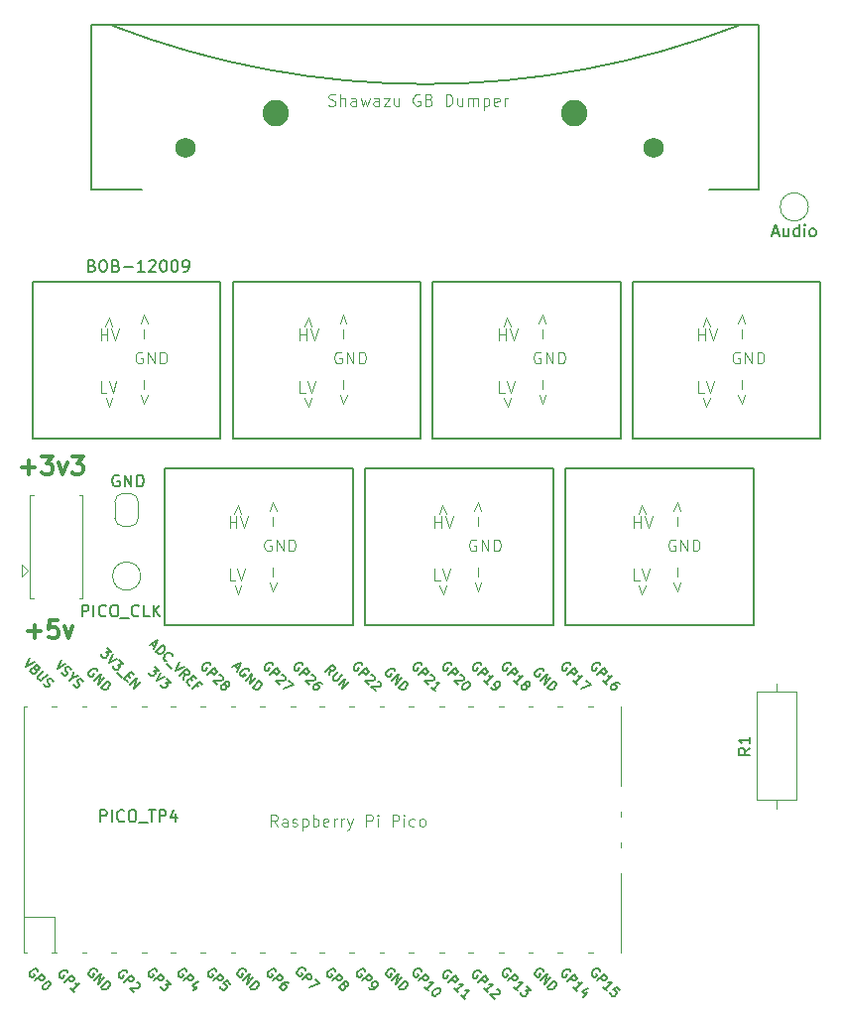
<source format=gbr>
%TF.GenerationSoftware,KiCad,Pcbnew,8.0.1*%
%TF.CreationDate,2024-04-03T17:19:41+02:00*%
%TF.ProjectId,shawazu-gb-dumper,73686177-617a-4752-9d67-622d64756d70,rev?*%
%TF.SameCoordinates,Original*%
%TF.FileFunction,Legend,Top*%
%TF.FilePolarity,Positive*%
%FSLAX46Y46*%
G04 Gerber Fmt 4.6, Leading zero omitted, Abs format (unit mm)*
G04 Created by KiCad (PCBNEW 8.0.1) date 2024-04-03 17:19:41*
%MOMM*%
%LPD*%
G01*
G04 APERTURE LIST*
%ADD10C,0.100000*%
%ADD11C,0.300000*%
%ADD12C,0.150000*%
%ADD13C,0.203200*%
%ADD14C,0.127000*%
%ADD15C,0.120000*%
%ADD16C,1.750000*%
%ADD17C,2.250000*%
G04 APERTURE END LIST*
D10*
X127375312Y-99372419D02*
X127041979Y-98896228D01*
X126803884Y-99372419D02*
X126803884Y-98372419D01*
X126803884Y-98372419D02*
X127184836Y-98372419D01*
X127184836Y-98372419D02*
X127280074Y-98420038D01*
X127280074Y-98420038D02*
X127327693Y-98467657D01*
X127327693Y-98467657D02*
X127375312Y-98562895D01*
X127375312Y-98562895D02*
X127375312Y-98705752D01*
X127375312Y-98705752D02*
X127327693Y-98800990D01*
X127327693Y-98800990D02*
X127280074Y-98848609D01*
X127280074Y-98848609D02*
X127184836Y-98896228D01*
X127184836Y-98896228D02*
X126803884Y-98896228D01*
X128232455Y-99372419D02*
X128232455Y-98848609D01*
X128232455Y-98848609D02*
X128184836Y-98753371D01*
X128184836Y-98753371D02*
X128089598Y-98705752D01*
X128089598Y-98705752D02*
X127899122Y-98705752D01*
X127899122Y-98705752D02*
X127803884Y-98753371D01*
X128232455Y-99324800D02*
X128137217Y-99372419D01*
X128137217Y-99372419D02*
X127899122Y-99372419D01*
X127899122Y-99372419D02*
X127803884Y-99324800D01*
X127803884Y-99324800D02*
X127756265Y-99229561D01*
X127756265Y-99229561D02*
X127756265Y-99134323D01*
X127756265Y-99134323D02*
X127803884Y-99039085D01*
X127803884Y-99039085D02*
X127899122Y-98991466D01*
X127899122Y-98991466D02*
X128137217Y-98991466D01*
X128137217Y-98991466D02*
X128232455Y-98943847D01*
X128661027Y-99324800D02*
X128756265Y-99372419D01*
X128756265Y-99372419D02*
X128946741Y-99372419D01*
X128946741Y-99372419D02*
X129041979Y-99324800D01*
X129041979Y-99324800D02*
X129089598Y-99229561D01*
X129089598Y-99229561D02*
X129089598Y-99181942D01*
X129089598Y-99181942D02*
X129041979Y-99086704D01*
X129041979Y-99086704D02*
X128946741Y-99039085D01*
X128946741Y-99039085D02*
X128803884Y-99039085D01*
X128803884Y-99039085D02*
X128708646Y-98991466D01*
X128708646Y-98991466D02*
X128661027Y-98896228D01*
X128661027Y-98896228D02*
X128661027Y-98848609D01*
X128661027Y-98848609D02*
X128708646Y-98753371D01*
X128708646Y-98753371D02*
X128803884Y-98705752D01*
X128803884Y-98705752D02*
X128946741Y-98705752D01*
X128946741Y-98705752D02*
X129041979Y-98753371D01*
X129518170Y-98705752D02*
X129518170Y-99705752D01*
X129518170Y-98753371D02*
X129613408Y-98705752D01*
X129613408Y-98705752D02*
X129803884Y-98705752D01*
X129803884Y-98705752D02*
X129899122Y-98753371D01*
X129899122Y-98753371D02*
X129946741Y-98800990D01*
X129946741Y-98800990D02*
X129994360Y-98896228D01*
X129994360Y-98896228D02*
X129994360Y-99181942D01*
X129994360Y-99181942D02*
X129946741Y-99277180D01*
X129946741Y-99277180D02*
X129899122Y-99324800D01*
X129899122Y-99324800D02*
X129803884Y-99372419D01*
X129803884Y-99372419D02*
X129613408Y-99372419D01*
X129613408Y-99372419D02*
X129518170Y-99324800D01*
X130422932Y-99372419D02*
X130422932Y-98372419D01*
X130422932Y-98753371D02*
X130518170Y-98705752D01*
X130518170Y-98705752D02*
X130708646Y-98705752D01*
X130708646Y-98705752D02*
X130803884Y-98753371D01*
X130803884Y-98753371D02*
X130851503Y-98800990D01*
X130851503Y-98800990D02*
X130899122Y-98896228D01*
X130899122Y-98896228D02*
X130899122Y-99181942D01*
X130899122Y-99181942D02*
X130851503Y-99277180D01*
X130851503Y-99277180D02*
X130803884Y-99324800D01*
X130803884Y-99324800D02*
X130708646Y-99372419D01*
X130708646Y-99372419D02*
X130518170Y-99372419D01*
X130518170Y-99372419D02*
X130422932Y-99324800D01*
X131708646Y-99324800D02*
X131613408Y-99372419D01*
X131613408Y-99372419D02*
X131422932Y-99372419D01*
X131422932Y-99372419D02*
X131327694Y-99324800D01*
X131327694Y-99324800D02*
X131280075Y-99229561D01*
X131280075Y-99229561D02*
X131280075Y-98848609D01*
X131280075Y-98848609D02*
X131327694Y-98753371D01*
X131327694Y-98753371D02*
X131422932Y-98705752D01*
X131422932Y-98705752D02*
X131613408Y-98705752D01*
X131613408Y-98705752D02*
X131708646Y-98753371D01*
X131708646Y-98753371D02*
X131756265Y-98848609D01*
X131756265Y-98848609D02*
X131756265Y-98943847D01*
X131756265Y-98943847D02*
X131280075Y-99039085D01*
X132184837Y-99372419D02*
X132184837Y-98705752D01*
X132184837Y-98896228D02*
X132232456Y-98800990D01*
X132232456Y-98800990D02*
X132280075Y-98753371D01*
X132280075Y-98753371D02*
X132375313Y-98705752D01*
X132375313Y-98705752D02*
X132470551Y-98705752D01*
X132803885Y-99372419D02*
X132803885Y-98705752D01*
X132803885Y-98896228D02*
X132851504Y-98800990D01*
X132851504Y-98800990D02*
X132899123Y-98753371D01*
X132899123Y-98753371D02*
X132994361Y-98705752D01*
X132994361Y-98705752D02*
X133089599Y-98705752D01*
X133327695Y-98705752D02*
X133565790Y-99372419D01*
X133803885Y-98705752D02*
X133565790Y-99372419D01*
X133565790Y-99372419D02*
X133470552Y-99610514D01*
X133470552Y-99610514D02*
X133422933Y-99658133D01*
X133422933Y-99658133D02*
X133327695Y-99705752D01*
X134946743Y-99372419D02*
X134946743Y-98372419D01*
X134946743Y-98372419D02*
X135327695Y-98372419D01*
X135327695Y-98372419D02*
X135422933Y-98420038D01*
X135422933Y-98420038D02*
X135470552Y-98467657D01*
X135470552Y-98467657D02*
X135518171Y-98562895D01*
X135518171Y-98562895D02*
X135518171Y-98705752D01*
X135518171Y-98705752D02*
X135470552Y-98800990D01*
X135470552Y-98800990D02*
X135422933Y-98848609D01*
X135422933Y-98848609D02*
X135327695Y-98896228D01*
X135327695Y-98896228D02*
X134946743Y-98896228D01*
X135946743Y-99372419D02*
X135946743Y-98705752D01*
X135946743Y-98372419D02*
X135899124Y-98420038D01*
X135899124Y-98420038D02*
X135946743Y-98467657D01*
X135946743Y-98467657D02*
X135994362Y-98420038D01*
X135994362Y-98420038D02*
X135946743Y-98372419D01*
X135946743Y-98372419D02*
X135946743Y-98467657D01*
X137184838Y-99372419D02*
X137184838Y-98372419D01*
X137184838Y-98372419D02*
X137565790Y-98372419D01*
X137565790Y-98372419D02*
X137661028Y-98420038D01*
X137661028Y-98420038D02*
X137708647Y-98467657D01*
X137708647Y-98467657D02*
X137756266Y-98562895D01*
X137756266Y-98562895D02*
X137756266Y-98705752D01*
X137756266Y-98705752D02*
X137708647Y-98800990D01*
X137708647Y-98800990D02*
X137661028Y-98848609D01*
X137661028Y-98848609D02*
X137565790Y-98896228D01*
X137565790Y-98896228D02*
X137184838Y-98896228D01*
X138184838Y-99372419D02*
X138184838Y-98705752D01*
X138184838Y-98372419D02*
X138137219Y-98420038D01*
X138137219Y-98420038D02*
X138184838Y-98467657D01*
X138184838Y-98467657D02*
X138232457Y-98420038D01*
X138232457Y-98420038D02*
X138184838Y-98372419D01*
X138184838Y-98372419D02*
X138184838Y-98467657D01*
X139089599Y-99324800D02*
X138994361Y-99372419D01*
X138994361Y-99372419D02*
X138803885Y-99372419D01*
X138803885Y-99372419D02*
X138708647Y-99324800D01*
X138708647Y-99324800D02*
X138661028Y-99277180D01*
X138661028Y-99277180D02*
X138613409Y-99181942D01*
X138613409Y-99181942D02*
X138613409Y-98896228D01*
X138613409Y-98896228D02*
X138661028Y-98800990D01*
X138661028Y-98800990D02*
X138708647Y-98753371D01*
X138708647Y-98753371D02*
X138803885Y-98705752D01*
X138803885Y-98705752D02*
X138994361Y-98705752D01*
X138994361Y-98705752D02*
X139089599Y-98753371D01*
X139661028Y-99372419D02*
X139565790Y-99324800D01*
X139565790Y-99324800D02*
X139518171Y-99277180D01*
X139518171Y-99277180D02*
X139470552Y-99181942D01*
X139470552Y-99181942D02*
X139470552Y-98896228D01*
X139470552Y-98896228D02*
X139518171Y-98800990D01*
X139518171Y-98800990D02*
X139565790Y-98753371D01*
X139565790Y-98753371D02*
X139661028Y-98705752D01*
X139661028Y-98705752D02*
X139803885Y-98705752D01*
X139803885Y-98705752D02*
X139899123Y-98753371D01*
X139899123Y-98753371D02*
X139946742Y-98800990D01*
X139946742Y-98800990D02*
X139994361Y-98896228D01*
X139994361Y-98896228D02*
X139994361Y-99181942D01*
X139994361Y-99181942D02*
X139946742Y-99277180D01*
X139946742Y-99277180D02*
X139899123Y-99324800D01*
X139899123Y-99324800D02*
X139803885Y-99372419D01*
X139803885Y-99372419D02*
X139661028Y-99372419D01*
X141280074Y-78372419D02*
X140803884Y-78372419D01*
X140803884Y-78372419D02*
X140803884Y-77372419D01*
X141470551Y-77372419D02*
X141803884Y-78372419D01*
X141803884Y-78372419D02*
X142137217Y-77372419D01*
X141794247Y-78803884D02*
X141508533Y-79565789D01*
X141508533Y-79565789D02*
X141222819Y-78803884D01*
X123705752Y-72696115D02*
X123991466Y-71934211D01*
X123991466Y-71934211D02*
X124277180Y-72696115D01*
X112780074Y-62372419D02*
X112303884Y-62372419D01*
X112303884Y-62372419D02*
X112303884Y-61372419D01*
X112970551Y-61372419D02*
X113303884Y-62372419D01*
X113303884Y-62372419D02*
X113637217Y-61372419D01*
X115991466Y-57696115D02*
X115991466Y-56934211D01*
X115705752Y-56458020D02*
X115991466Y-55696116D01*
X115991466Y-55696116D02*
X116277180Y-56458020D01*
X133008533Y-61303884D02*
X133008533Y-62065789D01*
X133294247Y-62541979D02*
X133008533Y-63303884D01*
X133008533Y-63303884D02*
X132722819Y-62541979D01*
X146303884Y-57872419D02*
X146303884Y-56872419D01*
X146303884Y-57348609D02*
X146875312Y-57348609D01*
X146875312Y-57872419D02*
X146875312Y-56872419D01*
X147208646Y-56872419D02*
X147541979Y-57872419D01*
X147541979Y-57872419D02*
X147875312Y-56872419D01*
X124294247Y-78803884D02*
X124008533Y-79565789D01*
X124008533Y-79565789D02*
X123722819Y-78803884D01*
X158794247Y-78803884D02*
X158508533Y-79565789D01*
X158508533Y-79565789D02*
X158222819Y-78803884D01*
X161327693Y-74920038D02*
X161232455Y-74872419D01*
X161232455Y-74872419D02*
X161089598Y-74872419D01*
X161089598Y-74872419D02*
X160946741Y-74920038D01*
X160946741Y-74920038D02*
X160851503Y-75015276D01*
X160851503Y-75015276D02*
X160803884Y-75110514D01*
X160803884Y-75110514D02*
X160756265Y-75300990D01*
X160756265Y-75300990D02*
X160756265Y-75443847D01*
X160756265Y-75443847D02*
X160803884Y-75634323D01*
X160803884Y-75634323D02*
X160851503Y-75729561D01*
X160851503Y-75729561D02*
X160946741Y-75824800D01*
X160946741Y-75824800D02*
X161089598Y-75872419D01*
X161089598Y-75872419D02*
X161184836Y-75872419D01*
X161184836Y-75872419D02*
X161327693Y-75824800D01*
X161327693Y-75824800D02*
X161375312Y-75777180D01*
X161375312Y-75777180D02*
X161375312Y-75443847D01*
X161375312Y-75443847D02*
X161184836Y-75443847D01*
X161803884Y-75872419D02*
X161803884Y-74872419D01*
X161803884Y-74872419D02*
X162375312Y-75872419D01*
X162375312Y-75872419D02*
X162375312Y-74872419D01*
X162851503Y-75872419D02*
X162851503Y-74872419D01*
X162851503Y-74872419D02*
X163089598Y-74872419D01*
X163089598Y-74872419D02*
X163232455Y-74920038D01*
X163232455Y-74920038D02*
X163327693Y-75015276D01*
X163327693Y-75015276D02*
X163375312Y-75110514D01*
X163375312Y-75110514D02*
X163422931Y-75300990D01*
X163422931Y-75300990D02*
X163422931Y-75443847D01*
X163422931Y-75443847D02*
X163375312Y-75634323D01*
X163375312Y-75634323D02*
X163327693Y-75729561D01*
X163327693Y-75729561D02*
X163232455Y-75824800D01*
X163232455Y-75824800D02*
X163089598Y-75872419D01*
X163089598Y-75872419D02*
X162851503Y-75872419D01*
X158205752Y-72696115D02*
X158491466Y-71934211D01*
X158491466Y-71934211D02*
X158777180Y-72696115D01*
X126991466Y-73696115D02*
X126991466Y-72934211D01*
X126705752Y-72458020D02*
X126991466Y-71696116D01*
X126991466Y-71696116D02*
X127277180Y-72458020D01*
X129705752Y-56696115D02*
X129991466Y-55934211D01*
X129991466Y-55934211D02*
X130277180Y-56696115D01*
X129303884Y-57872419D02*
X129303884Y-56872419D01*
X129303884Y-57348609D02*
X129875312Y-57348609D01*
X129875312Y-57872419D02*
X129875312Y-56872419D01*
X130208646Y-56872419D02*
X130541979Y-57872419D01*
X130541979Y-57872419D02*
X130875312Y-56872419D01*
X131756265Y-37824800D02*
X131899122Y-37872419D01*
X131899122Y-37872419D02*
X132137217Y-37872419D01*
X132137217Y-37872419D02*
X132232455Y-37824800D01*
X132232455Y-37824800D02*
X132280074Y-37777180D01*
X132280074Y-37777180D02*
X132327693Y-37681942D01*
X132327693Y-37681942D02*
X132327693Y-37586704D01*
X132327693Y-37586704D02*
X132280074Y-37491466D01*
X132280074Y-37491466D02*
X132232455Y-37443847D01*
X132232455Y-37443847D02*
X132137217Y-37396228D01*
X132137217Y-37396228D02*
X131946741Y-37348609D01*
X131946741Y-37348609D02*
X131851503Y-37300990D01*
X131851503Y-37300990D02*
X131803884Y-37253371D01*
X131803884Y-37253371D02*
X131756265Y-37158133D01*
X131756265Y-37158133D02*
X131756265Y-37062895D01*
X131756265Y-37062895D02*
X131803884Y-36967657D01*
X131803884Y-36967657D02*
X131851503Y-36920038D01*
X131851503Y-36920038D02*
X131946741Y-36872419D01*
X131946741Y-36872419D02*
X132184836Y-36872419D01*
X132184836Y-36872419D02*
X132327693Y-36920038D01*
X132756265Y-37872419D02*
X132756265Y-36872419D01*
X133184836Y-37872419D02*
X133184836Y-37348609D01*
X133184836Y-37348609D02*
X133137217Y-37253371D01*
X133137217Y-37253371D02*
X133041979Y-37205752D01*
X133041979Y-37205752D02*
X132899122Y-37205752D01*
X132899122Y-37205752D02*
X132803884Y-37253371D01*
X132803884Y-37253371D02*
X132756265Y-37300990D01*
X134089598Y-37872419D02*
X134089598Y-37348609D01*
X134089598Y-37348609D02*
X134041979Y-37253371D01*
X134041979Y-37253371D02*
X133946741Y-37205752D01*
X133946741Y-37205752D02*
X133756265Y-37205752D01*
X133756265Y-37205752D02*
X133661027Y-37253371D01*
X134089598Y-37824800D02*
X133994360Y-37872419D01*
X133994360Y-37872419D02*
X133756265Y-37872419D01*
X133756265Y-37872419D02*
X133661027Y-37824800D01*
X133661027Y-37824800D02*
X133613408Y-37729561D01*
X133613408Y-37729561D02*
X133613408Y-37634323D01*
X133613408Y-37634323D02*
X133661027Y-37539085D01*
X133661027Y-37539085D02*
X133756265Y-37491466D01*
X133756265Y-37491466D02*
X133994360Y-37491466D01*
X133994360Y-37491466D02*
X134089598Y-37443847D01*
X134470551Y-37205752D02*
X134661027Y-37872419D01*
X134661027Y-37872419D02*
X134851503Y-37396228D01*
X134851503Y-37396228D02*
X135041979Y-37872419D01*
X135041979Y-37872419D02*
X135232455Y-37205752D01*
X136041979Y-37872419D02*
X136041979Y-37348609D01*
X136041979Y-37348609D02*
X135994360Y-37253371D01*
X135994360Y-37253371D02*
X135899122Y-37205752D01*
X135899122Y-37205752D02*
X135708646Y-37205752D01*
X135708646Y-37205752D02*
X135613408Y-37253371D01*
X136041979Y-37824800D02*
X135946741Y-37872419D01*
X135946741Y-37872419D02*
X135708646Y-37872419D01*
X135708646Y-37872419D02*
X135613408Y-37824800D01*
X135613408Y-37824800D02*
X135565789Y-37729561D01*
X135565789Y-37729561D02*
X135565789Y-37634323D01*
X135565789Y-37634323D02*
X135613408Y-37539085D01*
X135613408Y-37539085D02*
X135708646Y-37491466D01*
X135708646Y-37491466D02*
X135946741Y-37491466D01*
X135946741Y-37491466D02*
X136041979Y-37443847D01*
X136422932Y-37205752D02*
X136946741Y-37205752D01*
X136946741Y-37205752D02*
X136422932Y-37872419D01*
X136422932Y-37872419D02*
X136946741Y-37872419D01*
X137756265Y-37205752D02*
X137756265Y-37872419D01*
X137327694Y-37205752D02*
X137327694Y-37729561D01*
X137327694Y-37729561D02*
X137375313Y-37824800D01*
X137375313Y-37824800D02*
X137470551Y-37872419D01*
X137470551Y-37872419D02*
X137613408Y-37872419D01*
X137613408Y-37872419D02*
X137708646Y-37824800D01*
X137708646Y-37824800D02*
X137756265Y-37777180D01*
X139518170Y-36920038D02*
X139422932Y-36872419D01*
X139422932Y-36872419D02*
X139280075Y-36872419D01*
X139280075Y-36872419D02*
X139137218Y-36920038D01*
X139137218Y-36920038D02*
X139041980Y-37015276D01*
X139041980Y-37015276D02*
X138994361Y-37110514D01*
X138994361Y-37110514D02*
X138946742Y-37300990D01*
X138946742Y-37300990D02*
X138946742Y-37443847D01*
X138946742Y-37443847D02*
X138994361Y-37634323D01*
X138994361Y-37634323D02*
X139041980Y-37729561D01*
X139041980Y-37729561D02*
X139137218Y-37824800D01*
X139137218Y-37824800D02*
X139280075Y-37872419D01*
X139280075Y-37872419D02*
X139375313Y-37872419D01*
X139375313Y-37872419D02*
X139518170Y-37824800D01*
X139518170Y-37824800D02*
X139565789Y-37777180D01*
X139565789Y-37777180D02*
X139565789Y-37443847D01*
X139565789Y-37443847D02*
X139375313Y-37443847D01*
X140327694Y-37348609D02*
X140470551Y-37396228D01*
X140470551Y-37396228D02*
X140518170Y-37443847D01*
X140518170Y-37443847D02*
X140565789Y-37539085D01*
X140565789Y-37539085D02*
X140565789Y-37681942D01*
X140565789Y-37681942D02*
X140518170Y-37777180D01*
X140518170Y-37777180D02*
X140470551Y-37824800D01*
X140470551Y-37824800D02*
X140375313Y-37872419D01*
X140375313Y-37872419D02*
X139994361Y-37872419D01*
X139994361Y-37872419D02*
X139994361Y-36872419D01*
X139994361Y-36872419D02*
X140327694Y-36872419D01*
X140327694Y-36872419D02*
X140422932Y-36920038D01*
X140422932Y-36920038D02*
X140470551Y-36967657D01*
X140470551Y-36967657D02*
X140518170Y-37062895D01*
X140518170Y-37062895D02*
X140518170Y-37158133D01*
X140518170Y-37158133D02*
X140470551Y-37253371D01*
X140470551Y-37253371D02*
X140422932Y-37300990D01*
X140422932Y-37300990D02*
X140327694Y-37348609D01*
X140327694Y-37348609D02*
X139994361Y-37348609D01*
X141756266Y-37872419D02*
X141756266Y-36872419D01*
X141756266Y-36872419D02*
X141994361Y-36872419D01*
X141994361Y-36872419D02*
X142137218Y-36920038D01*
X142137218Y-36920038D02*
X142232456Y-37015276D01*
X142232456Y-37015276D02*
X142280075Y-37110514D01*
X142280075Y-37110514D02*
X142327694Y-37300990D01*
X142327694Y-37300990D02*
X142327694Y-37443847D01*
X142327694Y-37443847D02*
X142280075Y-37634323D01*
X142280075Y-37634323D02*
X142232456Y-37729561D01*
X142232456Y-37729561D02*
X142137218Y-37824800D01*
X142137218Y-37824800D02*
X141994361Y-37872419D01*
X141994361Y-37872419D02*
X141756266Y-37872419D01*
X143184837Y-37205752D02*
X143184837Y-37872419D01*
X142756266Y-37205752D02*
X142756266Y-37729561D01*
X142756266Y-37729561D02*
X142803885Y-37824800D01*
X142803885Y-37824800D02*
X142899123Y-37872419D01*
X142899123Y-37872419D02*
X143041980Y-37872419D01*
X143041980Y-37872419D02*
X143137218Y-37824800D01*
X143137218Y-37824800D02*
X143184837Y-37777180D01*
X143661028Y-37872419D02*
X143661028Y-37205752D01*
X143661028Y-37300990D02*
X143708647Y-37253371D01*
X143708647Y-37253371D02*
X143803885Y-37205752D01*
X143803885Y-37205752D02*
X143946742Y-37205752D01*
X143946742Y-37205752D02*
X144041980Y-37253371D01*
X144041980Y-37253371D02*
X144089599Y-37348609D01*
X144089599Y-37348609D02*
X144089599Y-37872419D01*
X144089599Y-37348609D02*
X144137218Y-37253371D01*
X144137218Y-37253371D02*
X144232456Y-37205752D01*
X144232456Y-37205752D02*
X144375313Y-37205752D01*
X144375313Y-37205752D02*
X144470552Y-37253371D01*
X144470552Y-37253371D02*
X144518171Y-37348609D01*
X144518171Y-37348609D02*
X144518171Y-37872419D01*
X144994361Y-37205752D02*
X144994361Y-38205752D01*
X144994361Y-37253371D02*
X145089599Y-37205752D01*
X145089599Y-37205752D02*
X145280075Y-37205752D01*
X145280075Y-37205752D02*
X145375313Y-37253371D01*
X145375313Y-37253371D02*
X145422932Y-37300990D01*
X145422932Y-37300990D02*
X145470551Y-37396228D01*
X145470551Y-37396228D02*
X145470551Y-37681942D01*
X145470551Y-37681942D02*
X145422932Y-37777180D01*
X145422932Y-37777180D02*
X145375313Y-37824800D01*
X145375313Y-37824800D02*
X145280075Y-37872419D01*
X145280075Y-37872419D02*
X145089599Y-37872419D01*
X145089599Y-37872419D02*
X144994361Y-37824800D01*
X146280075Y-37824800D02*
X146184837Y-37872419D01*
X146184837Y-37872419D02*
X145994361Y-37872419D01*
X145994361Y-37872419D02*
X145899123Y-37824800D01*
X145899123Y-37824800D02*
X145851504Y-37729561D01*
X145851504Y-37729561D02*
X145851504Y-37348609D01*
X145851504Y-37348609D02*
X145899123Y-37253371D01*
X145899123Y-37253371D02*
X145994361Y-37205752D01*
X145994361Y-37205752D02*
X146184837Y-37205752D01*
X146184837Y-37205752D02*
X146280075Y-37253371D01*
X146280075Y-37253371D02*
X146327694Y-37348609D01*
X146327694Y-37348609D02*
X146327694Y-37443847D01*
X146327694Y-37443847D02*
X145851504Y-37539085D01*
X146756266Y-37872419D02*
X146756266Y-37205752D01*
X146756266Y-37396228D02*
X146803885Y-37300990D01*
X146803885Y-37300990D02*
X146851504Y-37253371D01*
X146851504Y-37253371D02*
X146946742Y-37205752D01*
X146946742Y-37205752D02*
X147041980Y-37205752D01*
X113294247Y-62803884D02*
X113008533Y-63565789D01*
X113008533Y-63565789D02*
X112722819Y-62803884D01*
X163780074Y-62372419D02*
X163303884Y-62372419D01*
X163303884Y-62372419D02*
X163303884Y-61372419D01*
X163970551Y-61372419D02*
X164303884Y-62372419D01*
X164303884Y-62372419D02*
X164637217Y-61372419D01*
X167008533Y-61303884D02*
X167008533Y-62065789D01*
X167294247Y-62541979D02*
X167008533Y-63303884D01*
X167008533Y-63303884D02*
X166722819Y-62541979D01*
X130294247Y-62803884D02*
X130008533Y-63565789D01*
X130008533Y-63565789D02*
X129722819Y-62803884D01*
X112705752Y-56696115D02*
X112991466Y-55934211D01*
X112991466Y-55934211D02*
X113277180Y-56696115D01*
X123780074Y-78372419D02*
X123303884Y-78372419D01*
X123303884Y-78372419D02*
X123303884Y-77372419D01*
X123970551Y-77372419D02*
X124303884Y-78372419D01*
X124303884Y-78372419D02*
X124637217Y-77372419D01*
X127008533Y-77303884D02*
X127008533Y-78065789D01*
X127294247Y-78541979D02*
X127008533Y-79303884D01*
X127008533Y-79303884D02*
X126722819Y-78541979D01*
X150008533Y-61303884D02*
X150008533Y-62065789D01*
X150294247Y-62541979D02*
X150008533Y-63303884D01*
X150008533Y-63303884D02*
X149722819Y-62541979D01*
X112303884Y-57872419D02*
X112303884Y-56872419D01*
X112303884Y-57348609D02*
X112875312Y-57348609D01*
X112875312Y-57872419D02*
X112875312Y-56872419D01*
X113208646Y-56872419D02*
X113541979Y-57872419D01*
X113541979Y-57872419D02*
X113875312Y-56872419D01*
X149827693Y-58920038D02*
X149732455Y-58872419D01*
X149732455Y-58872419D02*
X149589598Y-58872419D01*
X149589598Y-58872419D02*
X149446741Y-58920038D01*
X149446741Y-58920038D02*
X149351503Y-59015276D01*
X149351503Y-59015276D02*
X149303884Y-59110514D01*
X149303884Y-59110514D02*
X149256265Y-59300990D01*
X149256265Y-59300990D02*
X149256265Y-59443847D01*
X149256265Y-59443847D02*
X149303884Y-59634323D01*
X149303884Y-59634323D02*
X149351503Y-59729561D01*
X149351503Y-59729561D02*
X149446741Y-59824800D01*
X149446741Y-59824800D02*
X149589598Y-59872419D01*
X149589598Y-59872419D02*
X149684836Y-59872419D01*
X149684836Y-59872419D02*
X149827693Y-59824800D01*
X149827693Y-59824800D02*
X149875312Y-59777180D01*
X149875312Y-59777180D02*
X149875312Y-59443847D01*
X149875312Y-59443847D02*
X149684836Y-59443847D01*
X150303884Y-59872419D02*
X150303884Y-58872419D01*
X150303884Y-58872419D02*
X150875312Y-59872419D01*
X150875312Y-59872419D02*
X150875312Y-58872419D01*
X151351503Y-59872419D02*
X151351503Y-58872419D01*
X151351503Y-58872419D02*
X151589598Y-58872419D01*
X151589598Y-58872419D02*
X151732455Y-58920038D01*
X151732455Y-58920038D02*
X151827693Y-59015276D01*
X151827693Y-59015276D02*
X151875312Y-59110514D01*
X151875312Y-59110514D02*
X151922931Y-59300990D01*
X151922931Y-59300990D02*
X151922931Y-59443847D01*
X151922931Y-59443847D02*
X151875312Y-59634323D01*
X151875312Y-59634323D02*
X151827693Y-59729561D01*
X151827693Y-59729561D02*
X151732455Y-59824800D01*
X151732455Y-59824800D02*
X151589598Y-59872419D01*
X151589598Y-59872419D02*
X151351503Y-59872419D01*
X132991466Y-57696115D02*
X132991466Y-56934211D01*
X132705752Y-56458020D02*
X132991466Y-55696116D01*
X132991466Y-55696116D02*
X133277180Y-56458020D01*
X146705752Y-56696115D02*
X146991466Y-55934211D01*
X146991466Y-55934211D02*
X147277180Y-56696115D01*
X166827693Y-58920038D02*
X166732455Y-58872419D01*
X166732455Y-58872419D02*
X166589598Y-58872419D01*
X166589598Y-58872419D02*
X166446741Y-58920038D01*
X166446741Y-58920038D02*
X166351503Y-59015276D01*
X166351503Y-59015276D02*
X166303884Y-59110514D01*
X166303884Y-59110514D02*
X166256265Y-59300990D01*
X166256265Y-59300990D02*
X166256265Y-59443847D01*
X166256265Y-59443847D02*
X166303884Y-59634323D01*
X166303884Y-59634323D02*
X166351503Y-59729561D01*
X166351503Y-59729561D02*
X166446741Y-59824800D01*
X166446741Y-59824800D02*
X166589598Y-59872419D01*
X166589598Y-59872419D02*
X166684836Y-59872419D01*
X166684836Y-59872419D02*
X166827693Y-59824800D01*
X166827693Y-59824800D02*
X166875312Y-59777180D01*
X166875312Y-59777180D02*
X166875312Y-59443847D01*
X166875312Y-59443847D02*
X166684836Y-59443847D01*
X167303884Y-59872419D02*
X167303884Y-58872419D01*
X167303884Y-58872419D02*
X167875312Y-59872419D01*
X167875312Y-59872419D02*
X167875312Y-58872419D01*
X168351503Y-59872419D02*
X168351503Y-58872419D01*
X168351503Y-58872419D02*
X168589598Y-58872419D01*
X168589598Y-58872419D02*
X168732455Y-58920038D01*
X168732455Y-58920038D02*
X168827693Y-59015276D01*
X168827693Y-59015276D02*
X168875312Y-59110514D01*
X168875312Y-59110514D02*
X168922931Y-59300990D01*
X168922931Y-59300990D02*
X168922931Y-59443847D01*
X168922931Y-59443847D02*
X168875312Y-59634323D01*
X168875312Y-59634323D02*
X168827693Y-59729561D01*
X168827693Y-59729561D02*
X168732455Y-59824800D01*
X168732455Y-59824800D02*
X168589598Y-59872419D01*
X168589598Y-59872419D02*
X168351503Y-59872419D01*
X141205752Y-72696115D02*
X141491466Y-71934211D01*
X141491466Y-71934211D02*
X141777180Y-72696115D01*
X146780074Y-62372419D02*
X146303884Y-62372419D01*
X146303884Y-62372419D02*
X146303884Y-61372419D01*
X146970551Y-61372419D02*
X147303884Y-62372419D01*
X147303884Y-62372419D02*
X147637217Y-61372419D01*
X163303884Y-57872419D02*
X163303884Y-56872419D01*
X163303884Y-57348609D02*
X163875312Y-57348609D01*
X163875312Y-57872419D02*
X163875312Y-56872419D01*
X164208646Y-56872419D02*
X164541979Y-57872419D01*
X164541979Y-57872419D02*
X164875312Y-56872419D01*
D11*
X105554510Y-68729400D02*
X106697368Y-68729400D01*
X106125939Y-69300828D02*
X106125939Y-68157971D01*
X107268796Y-67800828D02*
X108197368Y-67800828D01*
X108197368Y-67800828D02*
X107697368Y-68372257D01*
X107697368Y-68372257D02*
X107911653Y-68372257D01*
X107911653Y-68372257D02*
X108054511Y-68443685D01*
X108054511Y-68443685D02*
X108125939Y-68515114D01*
X108125939Y-68515114D02*
X108197368Y-68657971D01*
X108197368Y-68657971D02*
X108197368Y-69015114D01*
X108197368Y-69015114D02*
X108125939Y-69157971D01*
X108125939Y-69157971D02*
X108054511Y-69229400D01*
X108054511Y-69229400D02*
X107911653Y-69300828D01*
X107911653Y-69300828D02*
X107483082Y-69300828D01*
X107483082Y-69300828D02*
X107340225Y-69229400D01*
X107340225Y-69229400D02*
X107268796Y-69157971D01*
X108697367Y-68300828D02*
X109054510Y-69300828D01*
X109054510Y-69300828D02*
X109411653Y-68300828D01*
X109840224Y-67800828D02*
X110768796Y-67800828D01*
X110768796Y-67800828D02*
X110268796Y-68372257D01*
X110268796Y-68372257D02*
X110483081Y-68372257D01*
X110483081Y-68372257D02*
X110625939Y-68443685D01*
X110625939Y-68443685D02*
X110697367Y-68515114D01*
X110697367Y-68515114D02*
X110768796Y-68657971D01*
X110768796Y-68657971D02*
X110768796Y-69015114D01*
X110768796Y-69015114D02*
X110697367Y-69157971D01*
X110697367Y-69157971D02*
X110625939Y-69229400D01*
X110625939Y-69229400D02*
X110483081Y-69300828D01*
X110483081Y-69300828D02*
X110054510Y-69300828D01*
X110054510Y-69300828D02*
X109911653Y-69229400D01*
X109911653Y-69229400D02*
X109840224Y-69157971D01*
D10*
X144327693Y-74920038D02*
X144232455Y-74872419D01*
X144232455Y-74872419D02*
X144089598Y-74872419D01*
X144089598Y-74872419D02*
X143946741Y-74920038D01*
X143946741Y-74920038D02*
X143851503Y-75015276D01*
X143851503Y-75015276D02*
X143803884Y-75110514D01*
X143803884Y-75110514D02*
X143756265Y-75300990D01*
X143756265Y-75300990D02*
X143756265Y-75443847D01*
X143756265Y-75443847D02*
X143803884Y-75634323D01*
X143803884Y-75634323D02*
X143851503Y-75729561D01*
X143851503Y-75729561D02*
X143946741Y-75824800D01*
X143946741Y-75824800D02*
X144089598Y-75872419D01*
X144089598Y-75872419D02*
X144184836Y-75872419D01*
X144184836Y-75872419D02*
X144327693Y-75824800D01*
X144327693Y-75824800D02*
X144375312Y-75777180D01*
X144375312Y-75777180D02*
X144375312Y-75443847D01*
X144375312Y-75443847D02*
X144184836Y-75443847D01*
X144803884Y-75872419D02*
X144803884Y-74872419D01*
X144803884Y-74872419D02*
X145375312Y-75872419D01*
X145375312Y-75872419D02*
X145375312Y-74872419D01*
X145851503Y-75872419D02*
X145851503Y-74872419D01*
X145851503Y-74872419D02*
X146089598Y-74872419D01*
X146089598Y-74872419D02*
X146232455Y-74920038D01*
X146232455Y-74920038D02*
X146327693Y-75015276D01*
X146327693Y-75015276D02*
X146375312Y-75110514D01*
X146375312Y-75110514D02*
X146422931Y-75300990D01*
X146422931Y-75300990D02*
X146422931Y-75443847D01*
X146422931Y-75443847D02*
X146375312Y-75634323D01*
X146375312Y-75634323D02*
X146327693Y-75729561D01*
X146327693Y-75729561D02*
X146232455Y-75824800D01*
X146232455Y-75824800D02*
X146089598Y-75872419D01*
X146089598Y-75872419D02*
X145851503Y-75872419D01*
X161508533Y-77303884D02*
X161508533Y-78065789D01*
X161794247Y-78541979D02*
X161508533Y-79303884D01*
X161508533Y-79303884D02*
X161222819Y-78541979D01*
X164294247Y-62803884D02*
X164008533Y-63565789D01*
X164008533Y-63565789D02*
X163722819Y-62803884D01*
X140803884Y-73872419D02*
X140803884Y-72872419D01*
X140803884Y-73348609D02*
X141375312Y-73348609D01*
X141375312Y-73872419D02*
X141375312Y-72872419D01*
X141708646Y-72872419D02*
X142041979Y-73872419D01*
X142041979Y-73872419D02*
X142375312Y-72872419D01*
X158280074Y-78372419D02*
X157803884Y-78372419D01*
X157803884Y-78372419D02*
X157803884Y-77372419D01*
X158470551Y-77372419D02*
X158803884Y-78372419D01*
X158803884Y-78372419D02*
X159137217Y-77372419D01*
X149991466Y-57696115D02*
X149991466Y-56934211D01*
X149705752Y-56458020D02*
X149991466Y-55696116D01*
X149991466Y-55696116D02*
X150277180Y-56458020D01*
X123303884Y-73872419D02*
X123303884Y-72872419D01*
X123303884Y-73348609D02*
X123875312Y-73348609D01*
X123875312Y-73872419D02*
X123875312Y-72872419D01*
X124208646Y-72872419D02*
X124541979Y-73872419D01*
X124541979Y-73872419D02*
X124875312Y-72872419D01*
X129780074Y-62372419D02*
X129303884Y-62372419D01*
X129303884Y-62372419D02*
X129303884Y-61372419D01*
X129970551Y-61372419D02*
X130303884Y-62372419D01*
X130303884Y-62372419D02*
X130637217Y-61372419D01*
X115827693Y-58920038D02*
X115732455Y-58872419D01*
X115732455Y-58872419D02*
X115589598Y-58872419D01*
X115589598Y-58872419D02*
X115446741Y-58920038D01*
X115446741Y-58920038D02*
X115351503Y-59015276D01*
X115351503Y-59015276D02*
X115303884Y-59110514D01*
X115303884Y-59110514D02*
X115256265Y-59300990D01*
X115256265Y-59300990D02*
X115256265Y-59443847D01*
X115256265Y-59443847D02*
X115303884Y-59634323D01*
X115303884Y-59634323D02*
X115351503Y-59729561D01*
X115351503Y-59729561D02*
X115446741Y-59824800D01*
X115446741Y-59824800D02*
X115589598Y-59872419D01*
X115589598Y-59872419D02*
X115684836Y-59872419D01*
X115684836Y-59872419D02*
X115827693Y-59824800D01*
X115827693Y-59824800D02*
X115875312Y-59777180D01*
X115875312Y-59777180D02*
X115875312Y-59443847D01*
X115875312Y-59443847D02*
X115684836Y-59443847D01*
X116303884Y-59872419D02*
X116303884Y-58872419D01*
X116303884Y-58872419D02*
X116875312Y-59872419D01*
X116875312Y-59872419D02*
X116875312Y-58872419D01*
X117351503Y-59872419D02*
X117351503Y-58872419D01*
X117351503Y-58872419D02*
X117589598Y-58872419D01*
X117589598Y-58872419D02*
X117732455Y-58920038D01*
X117732455Y-58920038D02*
X117827693Y-59015276D01*
X117827693Y-59015276D02*
X117875312Y-59110514D01*
X117875312Y-59110514D02*
X117922931Y-59300990D01*
X117922931Y-59300990D02*
X117922931Y-59443847D01*
X117922931Y-59443847D02*
X117875312Y-59634323D01*
X117875312Y-59634323D02*
X117827693Y-59729561D01*
X117827693Y-59729561D02*
X117732455Y-59824800D01*
X117732455Y-59824800D02*
X117589598Y-59872419D01*
X117589598Y-59872419D02*
X117351503Y-59872419D01*
X157803884Y-73872419D02*
X157803884Y-72872419D01*
X157803884Y-73348609D02*
X158375312Y-73348609D01*
X158375312Y-73872419D02*
X158375312Y-72872419D01*
X158708646Y-72872419D02*
X159041979Y-73872419D01*
X159041979Y-73872419D02*
X159375312Y-72872419D01*
X144508533Y-77303884D02*
X144508533Y-78065789D01*
X144794247Y-78541979D02*
X144508533Y-79303884D01*
X144508533Y-79303884D02*
X144222819Y-78541979D01*
X163705752Y-56696115D02*
X163991466Y-55934211D01*
X163991466Y-55934211D02*
X164277180Y-56696115D01*
X116008533Y-61303884D02*
X116008533Y-62065789D01*
X116294247Y-62541979D02*
X116008533Y-63303884D01*
X116008533Y-63303884D02*
X115722819Y-62541979D01*
X166991466Y-57696115D02*
X166991466Y-56934211D01*
X166705752Y-56458020D02*
X166991466Y-55696116D01*
X166991466Y-55696116D02*
X167277180Y-56458020D01*
D12*
X113860588Y-69417438D02*
X113765350Y-69369819D01*
X113765350Y-69369819D02*
X113622493Y-69369819D01*
X113622493Y-69369819D02*
X113479636Y-69417438D01*
X113479636Y-69417438D02*
X113384398Y-69512676D01*
X113384398Y-69512676D02*
X113336779Y-69607914D01*
X113336779Y-69607914D02*
X113289160Y-69798390D01*
X113289160Y-69798390D02*
X113289160Y-69941247D01*
X113289160Y-69941247D02*
X113336779Y-70131723D01*
X113336779Y-70131723D02*
X113384398Y-70226961D01*
X113384398Y-70226961D02*
X113479636Y-70322200D01*
X113479636Y-70322200D02*
X113622493Y-70369819D01*
X113622493Y-70369819D02*
X113717731Y-70369819D01*
X113717731Y-70369819D02*
X113860588Y-70322200D01*
X113860588Y-70322200D02*
X113908207Y-70274580D01*
X113908207Y-70274580D02*
X113908207Y-69941247D01*
X113908207Y-69941247D02*
X113717731Y-69941247D01*
X114336779Y-70369819D02*
X114336779Y-69369819D01*
X114336779Y-69369819D02*
X114908207Y-70369819D01*
X114908207Y-70369819D02*
X114908207Y-69369819D01*
X115384398Y-70369819D02*
X115384398Y-69369819D01*
X115384398Y-69369819D02*
X115622493Y-69369819D01*
X115622493Y-69369819D02*
X115765350Y-69417438D01*
X115765350Y-69417438D02*
X115860588Y-69512676D01*
X115860588Y-69512676D02*
X115908207Y-69607914D01*
X115908207Y-69607914D02*
X115955826Y-69798390D01*
X115955826Y-69798390D02*
X115955826Y-69941247D01*
X115955826Y-69941247D02*
X115908207Y-70131723D01*
X115908207Y-70131723D02*
X115860588Y-70226961D01*
X115860588Y-70226961D02*
X115765350Y-70322200D01*
X115765350Y-70322200D02*
X115622493Y-70369819D01*
X115622493Y-70369819D02*
X115384398Y-70369819D01*
D10*
X161491466Y-73696115D02*
X161491466Y-72934211D01*
X161205752Y-72458020D02*
X161491466Y-71696116D01*
X161491466Y-71696116D02*
X161777180Y-72458020D01*
X147294247Y-62803884D02*
X147008533Y-63565789D01*
X147008533Y-63565789D02*
X146722819Y-62803884D01*
X144491466Y-73696115D02*
X144491466Y-72934211D01*
X144205752Y-72458020D02*
X144491466Y-71696116D01*
X144491466Y-71696116D02*
X144777180Y-72458020D01*
X126827693Y-74920038D02*
X126732455Y-74872419D01*
X126732455Y-74872419D02*
X126589598Y-74872419D01*
X126589598Y-74872419D02*
X126446741Y-74920038D01*
X126446741Y-74920038D02*
X126351503Y-75015276D01*
X126351503Y-75015276D02*
X126303884Y-75110514D01*
X126303884Y-75110514D02*
X126256265Y-75300990D01*
X126256265Y-75300990D02*
X126256265Y-75443847D01*
X126256265Y-75443847D02*
X126303884Y-75634323D01*
X126303884Y-75634323D02*
X126351503Y-75729561D01*
X126351503Y-75729561D02*
X126446741Y-75824800D01*
X126446741Y-75824800D02*
X126589598Y-75872419D01*
X126589598Y-75872419D02*
X126684836Y-75872419D01*
X126684836Y-75872419D02*
X126827693Y-75824800D01*
X126827693Y-75824800D02*
X126875312Y-75777180D01*
X126875312Y-75777180D02*
X126875312Y-75443847D01*
X126875312Y-75443847D02*
X126684836Y-75443847D01*
X127303884Y-75872419D02*
X127303884Y-74872419D01*
X127303884Y-74872419D02*
X127875312Y-75872419D01*
X127875312Y-75872419D02*
X127875312Y-74872419D01*
X128351503Y-75872419D02*
X128351503Y-74872419D01*
X128351503Y-74872419D02*
X128589598Y-74872419D01*
X128589598Y-74872419D02*
X128732455Y-74920038D01*
X128732455Y-74920038D02*
X128827693Y-75015276D01*
X128827693Y-75015276D02*
X128875312Y-75110514D01*
X128875312Y-75110514D02*
X128922931Y-75300990D01*
X128922931Y-75300990D02*
X128922931Y-75443847D01*
X128922931Y-75443847D02*
X128875312Y-75634323D01*
X128875312Y-75634323D02*
X128827693Y-75729561D01*
X128827693Y-75729561D02*
X128732455Y-75824800D01*
X128732455Y-75824800D02*
X128589598Y-75872419D01*
X128589598Y-75872419D02*
X128351503Y-75872419D01*
X132827693Y-58920038D02*
X132732455Y-58872419D01*
X132732455Y-58872419D02*
X132589598Y-58872419D01*
X132589598Y-58872419D02*
X132446741Y-58920038D01*
X132446741Y-58920038D02*
X132351503Y-59015276D01*
X132351503Y-59015276D02*
X132303884Y-59110514D01*
X132303884Y-59110514D02*
X132256265Y-59300990D01*
X132256265Y-59300990D02*
X132256265Y-59443847D01*
X132256265Y-59443847D02*
X132303884Y-59634323D01*
X132303884Y-59634323D02*
X132351503Y-59729561D01*
X132351503Y-59729561D02*
X132446741Y-59824800D01*
X132446741Y-59824800D02*
X132589598Y-59872419D01*
X132589598Y-59872419D02*
X132684836Y-59872419D01*
X132684836Y-59872419D02*
X132827693Y-59824800D01*
X132827693Y-59824800D02*
X132875312Y-59777180D01*
X132875312Y-59777180D02*
X132875312Y-59443847D01*
X132875312Y-59443847D02*
X132684836Y-59443847D01*
X133303884Y-59872419D02*
X133303884Y-58872419D01*
X133303884Y-58872419D02*
X133875312Y-59872419D01*
X133875312Y-59872419D02*
X133875312Y-58872419D01*
X134351503Y-59872419D02*
X134351503Y-58872419D01*
X134351503Y-58872419D02*
X134589598Y-58872419D01*
X134589598Y-58872419D02*
X134732455Y-58920038D01*
X134732455Y-58920038D02*
X134827693Y-59015276D01*
X134827693Y-59015276D02*
X134875312Y-59110514D01*
X134875312Y-59110514D02*
X134922931Y-59300990D01*
X134922931Y-59300990D02*
X134922931Y-59443847D01*
X134922931Y-59443847D02*
X134875312Y-59634323D01*
X134875312Y-59634323D02*
X134827693Y-59729561D01*
X134827693Y-59729561D02*
X134732455Y-59824800D01*
X134732455Y-59824800D02*
X134589598Y-59872419D01*
X134589598Y-59872419D02*
X134351503Y-59872419D01*
D11*
X106054510Y-82729400D02*
X107197368Y-82729400D01*
X106625939Y-83300828D02*
X106625939Y-82157971D01*
X108625939Y-81800828D02*
X107911653Y-81800828D01*
X107911653Y-81800828D02*
X107840225Y-82515114D01*
X107840225Y-82515114D02*
X107911653Y-82443685D01*
X107911653Y-82443685D02*
X108054511Y-82372257D01*
X108054511Y-82372257D02*
X108411653Y-82372257D01*
X108411653Y-82372257D02*
X108554511Y-82443685D01*
X108554511Y-82443685D02*
X108625939Y-82515114D01*
X108625939Y-82515114D02*
X108697368Y-82657971D01*
X108697368Y-82657971D02*
X108697368Y-83015114D01*
X108697368Y-83015114D02*
X108625939Y-83157971D01*
X108625939Y-83157971D02*
X108554511Y-83229400D01*
X108554511Y-83229400D02*
X108411653Y-83300828D01*
X108411653Y-83300828D02*
X108054511Y-83300828D01*
X108054511Y-83300828D02*
X107911653Y-83229400D01*
X107911653Y-83229400D02*
X107840225Y-83157971D01*
X109197367Y-82300828D02*
X109554510Y-83300828D01*
X109554510Y-83300828D02*
X109911653Y-82300828D01*
D12*
X111547619Y-51511009D02*
X111690476Y-51558628D01*
X111690476Y-51558628D02*
X111738095Y-51606247D01*
X111738095Y-51606247D02*
X111785714Y-51701485D01*
X111785714Y-51701485D02*
X111785714Y-51844342D01*
X111785714Y-51844342D02*
X111738095Y-51939580D01*
X111738095Y-51939580D02*
X111690476Y-51987200D01*
X111690476Y-51987200D02*
X111595238Y-52034819D01*
X111595238Y-52034819D02*
X111214286Y-52034819D01*
X111214286Y-52034819D02*
X111214286Y-51034819D01*
X111214286Y-51034819D02*
X111547619Y-51034819D01*
X111547619Y-51034819D02*
X111642857Y-51082438D01*
X111642857Y-51082438D02*
X111690476Y-51130057D01*
X111690476Y-51130057D02*
X111738095Y-51225295D01*
X111738095Y-51225295D02*
X111738095Y-51320533D01*
X111738095Y-51320533D02*
X111690476Y-51415771D01*
X111690476Y-51415771D02*
X111642857Y-51463390D01*
X111642857Y-51463390D02*
X111547619Y-51511009D01*
X111547619Y-51511009D02*
X111214286Y-51511009D01*
X112404762Y-51034819D02*
X112595238Y-51034819D01*
X112595238Y-51034819D02*
X112690476Y-51082438D01*
X112690476Y-51082438D02*
X112785714Y-51177676D01*
X112785714Y-51177676D02*
X112833333Y-51368152D01*
X112833333Y-51368152D02*
X112833333Y-51701485D01*
X112833333Y-51701485D02*
X112785714Y-51891961D01*
X112785714Y-51891961D02*
X112690476Y-51987200D01*
X112690476Y-51987200D02*
X112595238Y-52034819D01*
X112595238Y-52034819D02*
X112404762Y-52034819D01*
X112404762Y-52034819D02*
X112309524Y-51987200D01*
X112309524Y-51987200D02*
X112214286Y-51891961D01*
X112214286Y-51891961D02*
X112166667Y-51701485D01*
X112166667Y-51701485D02*
X112166667Y-51368152D01*
X112166667Y-51368152D02*
X112214286Y-51177676D01*
X112214286Y-51177676D02*
X112309524Y-51082438D01*
X112309524Y-51082438D02*
X112404762Y-51034819D01*
X113595238Y-51511009D02*
X113738095Y-51558628D01*
X113738095Y-51558628D02*
X113785714Y-51606247D01*
X113785714Y-51606247D02*
X113833333Y-51701485D01*
X113833333Y-51701485D02*
X113833333Y-51844342D01*
X113833333Y-51844342D02*
X113785714Y-51939580D01*
X113785714Y-51939580D02*
X113738095Y-51987200D01*
X113738095Y-51987200D02*
X113642857Y-52034819D01*
X113642857Y-52034819D02*
X113261905Y-52034819D01*
X113261905Y-52034819D02*
X113261905Y-51034819D01*
X113261905Y-51034819D02*
X113595238Y-51034819D01*
X113595238Y-51034819D02*
X113690476Y-51082438D01*
X113690476Y-51082438D02*
X113738095Y-51130057D01*
X113738095Y-51130057D02*
X113785714Y-51225295D01*
X113785714Y-51225295D02*
X113785714Y-51320533D01*
X113785714Y-51320533D02*
X113738095Y-51415771D01*
X113738095Y-51415771D02*
X113690476Y-51463390D01*
X113690476Y-51463390D02*
X113595238Y-51511009D01*
X113595238Y-51511009D02*
X113261905Y-51511009D01*
X114261905Y-51653866D02*
X115023810Y-51653866D01*
X116023809Y-52034819D02*
X115452381Y-52034819D01*
X115738095Y-52034819D02*
X115738095Y-51034819D01*
X115738095Y-51034819D02*
X115642857Y-51177676D01*
X115642857Y-51177676D02*
X115547619Y-51272914D01*
X115547619Y-51272914D02*
X115452381Y-51320533D01*
X116404762Y-51130057D02*
X116452381Y-51082438D01*
X116452381Y-51082438D02*
X116547619Y-51034819D01*
X116547619Y-51034819D02*
X116785714Y-51034819D01*
X116785714Y-51034819D02*
X116880952Y-51082438D01*
X116880952Y-51082438D02*
X116928571Y-51130057D01*
X116928571Y-51130057D02*
X116976190Y-51225295D01*
X116976190Y-51225295D02*
X116976190Y-51320533D01*
X116976190Y-51320533D02*
X116928571Y-51463390D01*
X116928571Y-51463390D02*
X116357143Y-52034819D01*
X116357143Y-52034819D02*
X116976190Y-52034819D01*
X117595238Y-51034819D02*
X117690476Y-51034819D01*
X117690476Y-51034819D02*
X117785714Y-51082438D01*
X117785714Y-51082438D02*
X117833333Y-51130057D01*
X117833333Y-51130057D02*
X117880952Y-51225295D01*
X117880952Y-51225295D02*
X117928571Y-51415771D01*
X117928571Y-51415771D02*
X117928571Y-51653866D01*
X117928571Y-51653866D02*
X117880952Y-51844342D01*
X117880952Y-51844342D02*
X117833333Y-51939580D01*
X117833333Y-51939580D02*
X117785714Y-51987200D01*
X117785714Y-51987200D02*
X117690476Y-52034819D01*
X117690476Y-52034819D02*
X117595238Y-52034819D01*
X117595238Y-52034819D02*
X117500000Y-51987200D01*
X117500000Y-51987200D02*
X117452381Y-51939580D01*
X117452381Y-51939580D02*
X117404762Y-51844342D01*
X117404762Y-51844342D02*
X117357143Y-51653866D01*
X117357143Y-51653866D02*
X117357143Y-51415771D01*
X117357143Y-51415771D02*
X117404762Y-51225295D01*
X117404762Y-51225295D02*
X117452381Y-51130057D01*
X117452381Y-51130057D02*
X117500000Y-51082438D01*
X117500000Y-51082438D02*
X117595238Y-51034819D01*
X118547619Y-51034819D02*
X118642857Y-51034819D01*
X118642857Y-51034819D02*
X118738095Y-51082438D01*
X118738095Y-51082438D02*
X118785714Y-51130057D01*
X118785714Y-51130057D02*
X118833333Y-51225295D01*
X118833333Y-51225295D02*
X118880952Y-51415771D01*
X118880952Y-51415771D02*
X118880952Y-51653866D01*
X118880952Y-51653866D02*
X118833333Y-51844342D01*
X118833333Y-51844342D02*
X118785714Y-51939580D01*
X118785714Y-51939580D02*
X118738095Y-51987200D01*
X118738095Y-51987200D02*
X118642857Y-52034819D01*
X118642857Y-52034819D02*
X118547619Y-52034819D01*
X118547619Y-52034819D02*
X118452381Y-51987200D01*
X118452381Y-51987200D02*
X118404762Y-51939580D01*
X118404762Y-51939580D02*
X118357143Y-51844342D01*
X118357143Y-51844342D02*
X118309524Y-51653866D01*
X118309524Y-51653866D02*
X118309524Y-51415771D01*
X118309524Y-51415771D02*
X118357143Y-51225295D01*
X118357143Y-51225295D02*
X118404762Y-51130057D01*
X118404762Y-51130057D02*
X118452381Y-51082438D01*
X118452381Y-51082438D02*
X118547619Y-51034819D01*
X119357143Y-52034819D02*
X119547619Y-52034819D01*
X119547619Y-52034819D02*
X119642857Y-51987200D01*
X119642857Y-51987200D02*
X119690476Y-51939580D01*
X119690476Y-51939580D02*
X119785714Y-51796723D01*
X119785714Y-51796723D02*
X119833333Y-51606247D01*
X119833333Y-51606247D02*
X119833333Y-51225295D01*
X119833333Y-51225295D02*
X119785714Y-51130057D01*
X119785714Y-51130057D02*
X119738095Y-51082438D01*
X119738095Y-51082438D02*
X119642857Y-51034819D01*
X119642857Y-51034819D02*
X119452381Y-51034819D01*
X119452381Y-51034819D02*
X119357143Y-51082438D01*
X119357143Y-51082438D02*
X119309524Y-51130057D01*
X119309524Y-51130057D02*
X119261905Y-51225295D01*
X119261905Y-51225295D02*
X119261905Y-51463390D01*
X119261905Y-51463390D02*
X119309524Y-51558628D01*
X119309524Y-51558628D02*
X119357143Y-51606247D01*
X119357143Y-51606247D02*
X119452381Y-51653866D01*
X119452381Y-51653866D02*
X119642857Y-51653866D01*
X119642857Y-51653866D02*
X119738095Y-51606247D01*
X119738095Y-51606247D02*
X119785714Y-51558628D01*
X119785714Y-51558628D02*
X119833333Y-51463390D01*
X112238095Y-98954819D02*
X112238095Y-97954819D01*
X112238095Y-97954819D02*
X112619047Y-97954819D01*
X112619047Y-97954819D02*
X112714285Y-98002438D01*
X112714285Y-98002438D02*
X112761904Y-98050057D01*
X112761904Y-98050057D02*
X112809523Y-98145295D01*
X112809523Y-98145295D02*
X112809523Y-98288152D01*
X112809523Y-98288152D02*
X112761904Y-98383390D01*
X112761904Y-98383390D02*
X112714285Y-98431009D01*
X112714285Y-98431009D02*
X112619047Y-98478628D01*
X112619047Y-98478628D02*
X112238095Y-98478628D01*
X113238095Y-98954819D02*
X113238095Y-97954819D01*
X114285713Y-98859580D02*
X114238094Y-98907200D01*
X114238094Y-98907200D02*
X114095237Y-98954819D01*
X114095237Y-98954819D02*
X113999999Y-98954819D01*
X113999999Y-98954819D02*
X113857142Y-98907200D01*
X113857142Y-98907200D02*
X113761904Y-98811961D01*
X113761904Y-98811961D02*
X113714285Y-98716723D01*
X113714285Y-98716723D02*
X113666666Y-98526247D01*
X113666666Y-98526247D02*
X113666666Y-98383390D01*
X113666666Y-98383390D02*
X113714285Y-98192914D01*
X113714285Y-98192914D02*
X113761904Y-98097676D01*
X113761904Y-98097676D02*
X113857142Y-98002438D01*
X113857142Y-98002438D02*
X113999999Y-97954819D01*
X113999999Y-97954819D02*
X114095237Y-97954819D01*
X114095237Y-97954819D02*
X114238094Y-98002438D01*
X114238094Y-98002438D02*
X114285713Y-98050057D01*
X114904761Y-97954819D02*
X115095237Y-97954819D01*
X115095237Y-97954819D02*
X115190475Y-98002438D01*
X115190475Y-98002438D02*
X115285713Y-98097676D01*
X115285713Y-98097676D02*
X115333332Y-98288152D01*
X115333332Y-98288152D02*
X115333332Y-98621485D01*
X115333332Y-98621485D02*
X115285713Y-98811961D01*
X115285713Y-98811961D02*
X115190475Y-98907200D01*
X115190475Y-98907200D02*
X115095237Y-98954819D01*
X115095237Y-98954819D02*
X114904761Y-98954819D01*
X114904761Y-98954819D02*
X114809523Y-98907200D01*
X114809523Y-98907200D02*
X114714285Y-98811961D01*
X114714285Y-98811961D02*
X114666666Y-98621485D01*
X114666666Y-98621485D02*
X114666666Y-98288152D01*
X114666666Y-98288152D02*
X114714285Y-98097676D01*
X114714285Y-98097676D02*
X114809523Y-98002438D01*
X114809523Y-98002438D02*
X114904761Y-97954819D01*
X115523809Y-99050057D02*
X116285713Y-99050057D01*
X116380952Y-97954819D02*
X116952380Y-97954819D01*
X116666666Y-98954819D02*
X116666666Y-97954819D01*
X117285714Y-98954819D02*
X117285714Y-97954819D01*
X117285714Y-97954819D02*
X117666666Y-97954819D01*
X117666666Y-97954819D02*
X117761904Y-98002438D01*
X117761904Y-98002438D02*
X117809523Y-98050057D01*
X117809523Y-98050057D02*
X117857142Y-98145295D01*
X117857142Y-98145295D02*
X117857142Y-98288152D01*
X117857142Y-98288152D02*
X117809523Y-98383390D01*
X117809523Y-98383390D02*
X117761904Y-98431009D01*
X117761904Y-98431009D02*
X117666666Y-98478628D01*
X117666666Y-98478628D02*
X117285714Y-98478628D01*
X118714285Y-98288152D02*
X118714285Y-98954819D01*
X118476190Y-97907200D02*
X118238095Y-98621485D01*
X118238095Y-98621485D02*
X118857142Y-98621485D01*
X110690476Y-81454819D02*
X110690476Y-80454819D01*
X110690476Y-80454819D02*
X111071428Y-80454819D01*
X111071428Y-80454819D02*
X111166666Y-80502438D01*
X111166666Y-80502438D02*
X111214285Y-80550057D01*
X111214285Y-80550057D02*
X111261904Y-80645295D01*
X111261904Y-80645295D02*
X111261904Y-80788152D01*
X111261904Y-80788152D02*
X111214285Y-80883390D01*
X111214285Y-80883390D02*
X111166666Y-80931009D01*
X111166666Y-80931009D02*
X111071428Y-80978628D01*
X111071428Y-80978628D02*
X110690476Y-80978628D01*
X111690476Y-81454819D02*
X111690476Y-80454819D01*
X112738094Y-81359580D02*
X112690475Y-81407200D01*
X112690475Y-81407200D02*
X112547618Y-81454819D01*
X112547618Y-81454819D02*
X112452380Y-81454819D01*
X112452380Y-81454819D02*
X112309523Y-81407200D01*
X112309523Y-81407200D02*
X112214285Y-81311961D01*
X112214285Y-81311961D02*
X112166666Y-81216723D01*
X112166666Y-81216723D02*
X112119047Y-81026247D01*
X112119047Y-81026247D02*
X112119047Y-80883390D01*
X112119047Y-80883390D02*
X112166666Y-80692914D01*
X112166666Y-80692914D02*
X112214285Y-80597676D01*
X112214285Y-80597676D02*
X112309523Y-80502438D01*
X112309523Y-80502438D02*
X112452380Y-80454819D01*
X112452380Y-80454819D02*
X112547618Y-80454819D01*
X112547618Y-80454819D02*
X112690475Y-80502438D01*
X112690475Y-80502438D02*
X112738094Y-80550057D01*
X113357142Y-80454819D02*
X113547618Y-80454819D01*
X113547618Y-80454819D02*
X113642856Y-80502438D01*
X113642856Y-80502438D02*
X113738094Y-80597676D01*
X113738094Y-80597676D02*
X113785713Y-80788152D01*
X113785713Y-80788152D02*
X113785713Y-81121485D01*
X113785713Y-81121485D02*
X113738094Y-81311961D01*
X113738094Y-81311961D02*
X113642856Y-81407200D01*
X113642856Y-81407200D02*
X113547618Y-81454819D01*
X113547618Y-81454819D02*
X113357142Y-81454819D01*
X113357142Y-81454819D02*
X113261904Y-81407200D01*
X113261904Y-81407200D02*
X113166666Y-81311961D01*
X113166666Y-81311961D02*
X113119047Y-81121485D01*
X113119047Y-81121485D02*
X113119047Y-80788152D01*
X113119047Y-80788152D02*
X113166666Y-80597676D01*
X113166666Y-80597676D02*
X113261904Y-80502438D01*
X113261904Y-80502438D02*
X113357142Y-80454819D01*
X113976190Y-81550057D02*
X114738094Y-81550057D01*
X115547618Y-81359580D02*
X115499999Y-81407200D01*
X115499999Y-81407200D02*
X115357142Y-81454819D01*
X115357142Y-81454819D02*
X115261904Y-81454819D01*
X115261904Y-81454819D02*
X115119047Y-81407200D01*
X115119047Y-81407200D02*
X115023809Y-81311961D01*
X115023809Y-81311961D02*
X114976190Y-81216723D01*
X114976190Y-81216723D02*
X114928571Y-81026247D01*
X114928571Y-81026247D02*
X114928571Y-80883390D01*
X114928571Y-80883390D02*
X114976190Y-80692914D01*
X114976190Y-80692914D02*
X115023809Y-80597676D01*
X115023809Y-80597676D02*
X115119047Y-80502438D01*
X115119047Y-80502438D02*
X115261904Y-80454819D01*
X115261904Y-80454819D02*
X115357142Y-80454819D01*
X115357142Y-80454819D02*
X115499999Y-80502438D01*
X115499999Y-80502438D02*
X115547618Y-80550057D01*
X116452380Y-81454819D02*
X115976190Y-81454819D01*
X115976190Y-81454819D02*
X115976190Y-80454819D01*
X116785714Y-81454819D02*
X116785714Y-80454819D01*
X117357142Y-81454819D02*
X116928571Y-80883390D01*
X117357142Y-80454819D02*
X116785714Y-81026247D01*
X139699131Y-85599998D02*
X139672194Y-85519185D01*
X139672194Y-85519185D02*
X139591381Y-85438373D01*
X139591381Y-85438373D02*
X139483632Y-85384498D01*
X139483632Y-85384498D02*
X139375882Y-85384498D01*
X139375882Y-85384498D02*
X139295070Y-85411436D01*
X139295070Y-85411436D02*
X139160383Y-85492248D01*
X139160383Y-85492248D02*
X139079571Y-85573060D01*
X139079571Y-85573060D02*
X138998758Y-85707747D01*
X138998758Y-85707747D02*
X138971821Y-85788560D01*
X138971821Y-85788560D02*
X138971821Y-85896309D01*
X138971821Y-85896309D02*
X139025696Y-86004059D01*
X139025696Y-86004059D02*
X139079571Y-86057934D01*
X139079571Y-86057934D02*
X139187320Y-86111808D01*
X139187320Y-86111808D02*
X139241195Y-86111808D01*
X139241195Y-86111808D02*
X139429757Y-85923247D01*
X139429757Y-85923247D02*
X139322007Y-85815497D01*
X139429757Y-86408120D02*
X139995442Y-85842434D01*
X139995442Y-85842434D02*
X140210942Y-86057934D01*
X140210942Y-86057934D02*
X140237879Y-86138746D01*
X140237879Y-86138746D02*
X140237879Y-86192621D01*
X140237879Y-86192621D02*
X140210942Y-86273433D01*
X140210942Y-86273433D02*
X140130129Y-86354245D01*
X140130129Y-86354245D02*
X140049317Y-86381182D01*
X140049317Y-86381182D02*
X139995442Y-86381182D01*
X139995442Y-86381182D02*
X139914630Y-86354245D01*
X139914630Y-86354245D02*
X139699131Y-86138746D01*
X140480316Y-86435057D02*
X140534190Y-86435057D01*
X140534190Y-86435057D02*
X140615003Y-86461995D01*
X140615003Y-86461995D02*
X140749690Y-86596682D01*
X140749690Y-86596682D02*
X140776627Y-86677494D01*
X140776627Y-86677494D02*
X140776627Y-86731369D01*
X140776627Y-86731369D02*
X140749690Y-86812181D01*
X140749690Y-86812181D02*
X140695815Y-86866056D01*
X140695815Y-86866056D02*
X140588065Y-86919930D01*
X140588065Y-86919930D02*
X139941568Y-86919930D01*
X139941568Y-86919930D02*
X140291754Y-87270117D01*
X140830502Y-87808865D02*
X140507253Y-87485616D01*
X140668878Y-87647240D02*
X141234563Y-87081555D01*
X141234563Y-87081555D02*
X141099876Y-87108492D01*
X141099876Y-87108492D02*
X140992126Y-87108492D01*
X140992126Y-87108492D02*
X140911314Y-87081555D01*
X106938505Y-111723372D02*
X106911568Y-111642560D01*
X106911568Y-111642560D02*
X106830756Y-111561748D01*
X106830756Y-111561748D02*
X106723006Y-111507873D01*
X106723006Y-111507873D02*
X106615257Y-111507873D01*
X106615257Y-111507873D02*
X106534444Y-111534810D01*
X106534444Y-111534810D02*
X106399757Y-111615623D01*
X106399757Y-111615623D02*
X106318945Y-111696435D01*
X106318945Y-111696435D02*
X106238133Y-111831122D01*
X106238133Y-111831122D02*
X106211196Y-111911934D01*
X106211196Y-111911934D02*
X106211196Y-112019684D01*
X106211196Y-112019684D02*
X106265070Y-112127433D01*
X106265070Y-112127433D02*
X106318945Y-112181308D01*
X106318945Y-112181308D02*
X106426695Y-112235183D01*
X106426695Y-112235183D02*
X106480570Y-112235183D01*
X106480570Y-112235183D02*
X106669131Y-112046621D01*
X106669131Y-112046621D02*
X106561382Y-111938871D01*
X106669131Y-112531494D02*
X107234817Y-111965809D01*
X107234817Y-111965809D02*
X107450316Y-112181308D01*
X107450316Y-112181308D02*
X107477253Y-112262120D01*
X107477253Y-112262120D02*
X107477253Y-112315995D01*
X107477253Y-112315995D02*
X107450316Y-112396807D01*
X107450316Y-112396807D02*
X107369504Y-112477619D01*
X107369504Y-112477619D02*
X107288692Y-112504557D01*
X107288692Y-112504557D02*
X107234817Y-112504557D01*
X107234817Y-112504557D02*
X107154005Y-112477619D01*
X107154005Y-112477619D02*
X106938505Y-112262120D01*
X107908252Y-112639244D02*
X107962127Y-112693119D01*
X107962127Y-112693119D02*
X107989064Y-112773931D01*
X107989064Y-112773931D02*
X107989064Y-112827806D01*
X107989064Y-112827806D02*
X107962127Y-112908618D01*
X107962127Y-112908618D02*
X107881314Y-113043305D01*
X107881314Y-113043305D02*
X107746627Y-113177992D01*
X107746627Y-113177992D02*
X107611940Y-113258804D01*
X107611940Y-113258804D02*
X107531128Y-113285741D01*
X107531128Y-113285741D02*
X107477253Y-113285741D01*
X107477253Y-113285741D02*
X107396441Y-113258804D01*
X107396441Y-113258804D02*
X107342566Y-113204929D01*
X107342566Y-113204929D02*
X107315629Y-113124117D01*
X107315629Y-113124117D02*
X107315629Y-113070242D01*
X107315629Y-113070242D02*
X107342566Y-112989430D01*
X107342566Y-112989430D02*
X107423379Y-112854743D01*
X107423379Y-112854743D02*
X107558066Y-112720056D01*
X107558066Y-112720056D02*
X107692753Y-112639244D01*
X107692753Y-112639244D02*
X107773565Y-112612306D01*
X107773565Y-112612306D02*
X107827440Y-112612306D01*
X107827440Y-112612306D02*
X107908252Y-112639244D01*
X139689131Y-111707998D02*
X139662194Y-111627185D01*
X139662194Y-111627185D02*
X139581381Y-111546373D01*
X139581381Y-111546373D02*
X139473632Y-111492498D01*
X139473632Y-111492498D02*
X139365882Y-111492498D01*
X139365882Y-111492498D02*
X139285070Y-111519436D01*
X139285070Y-111519436D02*
X139150383Y-111600248D01*
X139150383Y-111600248D02*
X139069571Y-111681060D01*
X139069571Y-111681060D02*
X138988758Y-111815747D01*
X138988758Y-111815747D02*
X138961821Y-111896560D01*
X138961821Y-111896560D02*
X138961821Y-112004309D01*
X138961821Y-112004309D02*
X139015696Y-112112059D01*
X139015696Y-112112059D02*
X139069571Y-112165934D01*
X139069571Y-112165934D02*
X139177320Y-112219808D01*
X139177320Y-112219808D02*
X139231195Y-112219808D01*
X139231195Y-112219808D02*
X139419757Y-112031247D01*
X139419757Y-112031247D02*
X139312007Y-111923497D01*
X139419757Y-112516120D02*
X139985442Y-111950434D01*
X139985442Y-111950434D02*
X140200942Y-112165934D01*
X140200942Y-112165934D02*
X140227879Y-112246746D01*
X140227879Y-112246746D02*
X140227879Y-112300621D01*
X140227879Y-112300621D02*
X140200942Y-112381433D01*
X140200942Y-112381433D02*
X140120129Y-112462245D01*
X140120129Y-112462245D02*
X140039317Y-112489182D01*
X140039317Y-112489182D02*
X139985442Y-112489182D01*
X139985442Y-112489182D02*
X139904630Y-112462245D01*
X139904630Y-112462245D02*
X139689131Y-112246746D01*
X140281754Y-113378117D02*
X139958505Y-113054868D01*
X140120129Y-113216492D02*
X140685815Y-112650807D01*
X140685815Y-112650807D02*
X140551128Y-112677744D01*
X140551128Y-112677744D02*
X140443378Y-112677744D01*
X140443378Y-112677744D02*
X140362566Y-112650807D01*
X141197626Y-113162618D02*
X141251500Y-113216492D01*
X141251500Y-113216492D02*
X141278438Y-113297305D01*
X141278438Y-113297305D02*
X141278438Y-113351179D01*
X141278438Y-113351179D02*
X141251500Y-113431992D01*
X141251500Y-113431992D02*
X141170688Y-113566679D01*
X141170688Y-113566679D02*
X141036001Y-113701366D01*
X141036001Y-113701366D02*
X140901314Y-113782178D01*
X140901314Y-113782178D02*
X140820502Y-113809115D01*
X140820502Y-113809115D02*
X140766627Y-113809115D01*
X140766627Y-113809115D02*
X140685815Y-113782178D01*
X140685815Y-113782178D02*
X140631940Y-113728303D01*
X140631940Y-113728303D02*
X140605003Y-113647491D01*
X140605003Y-113647491D02*
X140605003Y-113593616D01*
X140605003Y-113593616D02*
X140631940Y-113512804D01*
X140631940Y-113512804D02*
X140712752Y-113378117D01*
X140712752Y-113378117D02*
X140847439Y-113243430D01*
X140847439Y-113243430D02*
X140982126Y-113162618D01*
X140982126Y-113162618D02*
X141062939Y-113135680D01*
X141062939Y-113135680D02*
X141116813Y-113135680D01*
X141116813Y-113135680D02*
X141197626Y-113162618D01*
X117098505Y-111723372D02*
X117071568Y-111642560D01*
X117071568Y-111642560D02*
X116990756Y-111561748D01*
X116990756Y-111561748D02*
X116883006Y-111507873D01*
X116883006Y-111507873D02*
X116775257Y-111507873D01*
X116775257Y-111507873D02*
X116694444Y-111534810D01*
X116694444Y-111534810D02*
X116559757Y-111615623D01*
X116559757Y-111615623D02*
X116478945Y-111696435D01*
X116478945Y-111696435D02*
X116398133Y-111831122D01*
X116398133Y-111831122D02*
X116371196Y-111911934D01*
X116371196Y-111911934D02*
X116371196Y-112019684D01*
X116371196Y-112019684D02*
X116425070Y-112127433D01*
X116425070Y-112127433D02*
X116478945Y-112181308D01*
X116478945Y-112181308D02*
X116586695Y-112235183D01*
X116586695Y-112235183D02*
X116640570Y-112235183D01*
X116640570Y-112235183D02*
X116829131Y-112046621D01*
X116829131Y-112046621D02*
X116721382Y-111938871D01*
X116829131Y-112531494D02*
X117394817Y-111965809D01*
X117394817Y-111965809D02*
X117610316Y-112181308D01*
X117610316Y-112181308D02*
X117637253Y-112262120D01*
X117637253Y-112262120D02*
X117637253Y-112315995D01*
X117637253Y-112315995D02*
X117610316Y-112396807D01*
X117610316Y-112396807D02*
X117529504Y-112477619D01*
X117529504Y-112477619D02*
X117448692Y-112504557D01*
X117448692Y-112504557D02*
X117394817Y-112504557D01*
X117394817Y-112504557D02*
X117314005Y-112477619D01*
X117314005Y-112477619D02*
X117098505Y-112262120D01*
X117906627Y-112477619D02*
X118256814Y-112827806D01*
X118256814Y-112827806D02*
X117852753Y-112854743D01*
X117852753Y-112854743D02*
X117933565Y-112935555D01*
X117933565Y-112935555D02*
X117960502Y-113016367D01*
X117960502Y-113016367D02*
X117960502Y-113070242D01*
X117960502Y-113070242D02*
X117933565Y-113151054D01*
X117933565Y-113151054D02*
X117798878Y-113285741D01*
X117798878Y-113285741D02*
X117718066Y-113312679D01*
X117718066Y-113312679D02*
X117664191Y-113312679D01*
X117664191Y-113312679D02*
X117583379Y-113285741D01*
X117583379Y-113285741D02*
X117421754Y-113124117D01*
X117421754Y-113124117D02*
X117394817Y-113043305D01*
X117394817Y-113043305D02*
X117394817Y-112989430D01*
X121655131Y-85599998D02*
X121628194Y-85519185D01*
X121628194Y-85519185D02*
X121547381Y-85438373D01*
X121547381Y-85438373D02*
X121439632Y-85384498D01*
X121439632Y-85384498D02*
X121331882Y-85384498D01*
X121331882Y-85384498D02*
X121251070Y-85411436D01*
X121251070Y-85411436D02*
X121116383Y-85492248D01*
X121116383Y-85492248D02*
X121035571Y-85573060D01*
X121035571Y-85573060D02*
X120954758Y-85707747D01*
X120954758Y-85707747D02*
X120927821Y-85788560D01*
X120927821Y-85788560D02*
X120927821Y-85896309D01*
X120927821Y-85896309D02*
X120981696Y-86004059D01*
X120981696Y-86004059D02*
X121035571Y-86057934D01*
X121035571Y-86057934D02*
X121143320Y-86111808D01*
X121143320Y-86111808D02*
X121197195Y-86111808D01*
X121197195Y-86111808D02*
X121385757Y-85923247D01*
X121385757Y-85923247D02*
X121278007Y-85815497D01*
X121385757Y-86408120D02*
X121951442Y-85842434D01*
X121951442Y-85842434D02*
X122166942Y-86057934D01*
X122166942Y-86057934D02*
X122193879Y-86138746D01*
X122193879Y-86138746D02*
X122193879Y-86192621D01*
X122193879Y-86192621D02*
X122166942Y-86273433D01*
X122166942Y-86273433D02*
X122086129Y-86354245D01*
X122086129Y-86354245D02*
X122005317Y-86381182D01*
X122005317Y-86381182D02*
X121951442Y-86381182D01*
X121951442Y-86381182D02*
X121870630Y-86354245D01*
X121870630Y-86354245D02*
X121655131Y-86138746D01*
X122436316Y-86435057D02*
X122490190Y-86435057D01*
X122490190Y-86435057D02*
X122571003Y-86461995D01*
X122571003Y-86461995D02*
X122705690Y-86596682D01*
X122705690Y-86596682D02*
X122732627Y-86677494D01*
X122732627Y-86677494D02*
X122732627Y-86731369D01*
X122732627Y-86731369D02*
X122705690Y-86812181D01*
X122705690Y-86812181D02*
X122651815Y-86866056D01*
X122651815Y-86866056D02*
X122544065Y-86919930D01*
X122544065Y-86919930D02*
X121897568Y-86919930D01*
X121897568Y-86919930D02*
X122247754Y-87270117D01*
X122894252Y-87270117D02*
X122867314Y-87189305D01*
X122867314Y-87189305D02*
X122867314Y-87135430D01*
X122867314Y-87135430D02*
X122894252Y-87054618D01*
X122894252Y-87054618D02*
X122921189Y-87027680D01*
X122921189Y-87027680D02*
X123002001Y-87000743D01*
X123002001Y-87000743D02*
X123055876Y-87000743D01*
X123055876Y-87000743D02*
X123136688Y-87027680D01*
X123136688Y-87027680D02*
X123244438Y-87135430D01*
X123244438Y-87135430D02*
X123271375Y-87216242D01*
X123271375Y-87216242D02*
X123271375Y-87270117D01*
X123271375Y-87270117D02*
X123244438Y-87350929D01*
X123244438Y-87350929D02*
X123217500Y-87377866D01*
X123217500Y-87377866D02*
X123136688Y-87404804D01*
X123136688Y-87404804D02*
X123082813Y-87404804D01*
X123082813Y-87404804D02*
X123002001Y-87377866D01*
X123002001Y-87377866D02*
X122894252Y-87270117D01*
X122894252Y-87270117D02*
X122813439Y-87243179D01*
X122813439Y-87243179D02*
X122759565Y-87243179D01*
X122759565Y-87243179D02*
X122678752Y-87270117D01*
X122678752Y-87270117D02*
X122571003Y-87377866D01*
X122571003Y-87377866D02*
X122544065Y-87458679D01*
X122544065Y-87458679D02*
X122544065Y-87512553D01*
X122544065Y-87512553D02*
X122571003Y-87593366D01*
X122571003Y-87593366D02*
X122678752Y-87701115D01*
X122678752Y-87701115D02*
X122759565Y-87728053D01*
X122759565Y-87728053D02*
X122813439Y-87728053D01*
X122813439Y-87728053D02*
X122894252Y-87701115D01*
X122894252Y-87701115D02*
X123002001Y-87593366D01*
X123002001Y-87593366D02*
X123028939Y-87512553D01*
X123028939Y-87512553D02*
X123028939Y-87458679D01*
X123028939Y-87458679D02*
X123002001Y-87377866D01*
X129768505Y-111623372D02*
X129741568Y-111542560D01*
X129741568Y-111542560D02*
X129660756Y-111461748D01*
X129660756Y-111461748D02*
X129553006Y-111407873D01*
X129553006Y-111407873D02*
X129445257Y-111407873D01*
X129445257Y-111407873D02*
X129364444Y-111434810D01*
X129364444Y-111434810D02*
X129229757Y-111515623D01*
X129229757Y-111515623D02*
X129148945Y-111596435D01*
X129148945Y-111596435D02*
X129068133Y-111731122D01*
X129068133Y-111731122D02*
X129041196Y-111811934D01*
X129041196Y-111811934D02*
X129041196Y-111919684D01*
X129041196Y-111919684D02*
X129095070Y-112027433D01*
X129095070Y-112027433D02*
X129148945Y-112081308D01*
X129148945Y-112081308D02*
X129256695Y-112135183D01*
X129256695Y-112135183D02*
X129310570Y-112135183D01*
X129310570Y-112135183D02*
X129499131Y-111946621D01*
X129499131Y-111946621D02*
X129391382Y-111838871D01*
X129499131Y-112431494D02*
X130064817Y-111865809D01*
X130064817Y-111865809D02*
X130280316Y-112081308D01*
X130280316Y-112081308D02*
X130307253Y-112162120D01*
X130307253Y-112162120D02*
X130307253Y-112215995D01*
X130307253Y-112215995D02*
X130280316Y-112296807D01*
X130280316Y-112296807D02*
X130199504Y-112377619D01*
X130199504Y-112377619D02*
X130118692Y-112404557D01*
X130118692Y-112404557D02*
X130064817Y-112404557D01*
X130064817Y-112404557D02*
X129984005Y-112377619D01*
X129984005Y-112377619D02*
X129768505Y-112162120D01*
X130576627Y-112377619D02*
X130953751Y-112754743D01*
X130953751Y-112754743D02*
X130145629Y-113077992D01*
X111991568Y-111696435D02*
X111964631Y-111615623D01*
X111964631Y-111615623D02*
X111883819Y-111534811D01*
X111883819Y-111534811D02*
X111776069Y-111480936D01*
X111776069Y-111480936D02*
X111668319Y-111480936D01*
X111668319Y-111480936D02*
X111587507Y-111507873D01*
X111587507Y-111507873D02*
X111452820Y-111588685D01*
X111452820Y-111588685D02*
X111372008Y-111669498D01*
X111372008Y-111669498D02*
X111291196Y-111804185D01*
X111291196Y-111804185D02*
X111264258Y-111884997D01*
X111264258Y-111884997D02*
X111264258Y-111992746D01*
X111264258Y-111992746D02*
X111318133Y-112100496D01*
X111318133Y-112100496D02*
X111372008Y-112154371D01*
X111372008Y-112154371D02*
X111479758Y-112208246D01*
X111479758Y-112208246D02*
X111533632Y-112208246D01*
X111533632Y-112208246D02*
X111722194Y-112019684D01*
X111722194Y-112019684D02*
X111614445Y-111911934D01*
X111722194Y-112504557D02*
X112287880Y-111938872D01*
X112287880Y-111938872D02*
X112045443Y-112827806D01*
X112045443Y-112827806D02*
X112611128Y-112262120D01*
X112314817Y-113097180D02*
X112880502Y-112531494D01*
X112880502Y-112531494D02*
X113015189Y-112666181D01*
X113015189Y-112666181D02*
X113069064Y-112773931D01*
X113069064Y-112773931D02*
X113069064Y-112881680D01*
X113069064Y-112881680D02*
X113042127Y-112962493D01*
X113042127Y-112962493D02*
X112961314Y-113097180D01*
X112961314Y-113097180D02*
X112880502Y-113177992D01*
X112880502Y-113177992D02*
X112745815Y-113258804D01*
X112745815Y-113258804D02*
X112665003Y-113285741D01*
X112665003Y-113285741D02*
X112557253Y-113285741D01*
X112557253Y-113285741D02*
X112449504Y-113231867D01*
X112449504Y-113231867D02*
X112314817Y-113097180D01*
X147309131Y-85599998D02*
X147282194Y-85519185D01*
X147282194Y-85519185D02*
X147201381Y-85438373D01*
X147201381Y-85438373D02*
X147093632Y-85384498D01*
X147093632Y-85384498D02*
X146985882Y-85384498D01*
X146985882Y-85384498D02*
X146905070Y-85411436D01*
X146905070Y-85411436D02*
X146770383Y-85492248D01*
X146770383Y-85492248D02*
X146689571Y-85573060D01*
X146689571Y-85573060D02*
X146608758Y-85707747D01*
X146608758Y-85707747D02*
X146581821Y-85788560D01*
X146581821Y-85788560D02*
X146581821Y-85896309D01*
X146581821Y-85896309D02*
X146635696Y-86004059D01*
X146635696Y-86004059D02*
X146689571Y-86057934D01*
X146689571Y-86057934D02*
X146797320Y-86111808D01*
X146797320Y-86111808D02*
X146851195Y-86111808D01*
X146851195Y-86111808D02*
X147039757Y-85923247D01*
X147039757Y-85923247D02*
X146932007Y-85815497D01*
X147039757Y-86408120D02*
X147605442Y-85842434D01*
X147605442Y-85842434D02*
X147820942Y-86057934D01*
X147820942Y-86057934D02*
X147847879Y-86138746D01*
X147847879Y-86138746D02*
X147847879Y-86192621D01*
X147847879Y-86192621D02*
X147820942Y-86273433D01*
X147820942Y-86273433D02*
X147740129Y-86354245D01*
X147740129Y-86354245D02*
X147659317Y-86381182D01*
X147659317Y-86381182D02*
X147605442Y-86381182D01*
X147605442Y-86381182D02*
X147524630Y-86354245D01*
X147524630Y-86354245D02*
X147309131Y-86138746D01*
X147901754Y-87270117D02*
X147578505Y-86946868D01*
X147740129Y-87108492D02*
X148305815Y-86542807D01*
X148305815Y-86542807D02*
X148171128Y-86569744D01*
X148171128Y-86569744D02*
X148063378Y-86569744D01*
X148063378Y-86569744D02*
X147982566Y-86542807D01*
X148548252Y-87270117D02*
X148521314Y-87189305D01*
X148521314Y-87189305D02*
X148521314Y-87135430D01*
X148521314Y-87135430D02*
X148548252Y-87054618D01*
X148548252Y-87054618D02*
X148575189Y-87027680D01*
X148575189Y-87027680D02*
X148656001Y-87000743D01*
X148656001Y-87000743D02*
X148709876Y-87000743D01*
X148709876Y-87000743D02*
X148790688Y-87027680D01*
X148790688Y-87027680D02*
X148898438Y-87135430D01*
X148898438Y-87135430D02*
X148925375Y-87216242D01*
X148925375Y-87216242D02*
X148925375Y-87270117D01*
X148925375Y-87270117D02*
X148898438Y-87350929D01*
X148898438Y-87350929D02*
X148871500Y-87377866D01*
X148871500Y-87377866D02*
X148790688Y-87404804D01*
X148790688Y-87404804D02*
X148736813Y-87404804D01*
X148736813Y-87404804D02*
X148656001Y-87377866D01*
X148656001Y-87377866D02*
X148548252Y-87270117D01*
X148548252Y-87270117D02*
X148467439Y-87243179D01*
X148467439Y-87243179D02*
X148413565Y-87243179D01*
X148413565Y-87243179D02*
X148332752Y-87270117D01*
X148332752Y-87270117D02*
X148225003Y-87377866D01*
X148225003Y-87377866D02*
X148198065Y-87458679D01*
X148198065Y-87458679D02*
X148198065Y-87512553D01*
X148198065Y-87512553D02*
X148225003Y-87593366D01*
X148225003Y-87593366D02*
X148332752Y-87701115D01*
X148332752Y-87701115D02*
X148413565Y-87728053D01*
X148413565Y-87728053D02*
X148467439Y-87728053D01*
X148467439Y-87728053D02*
X148548252Y-87701115D01*
X148548252Y-87701115D02*
X148656001Y-87593366D01*
X148656001Y-87593366D02*
X148682939Y-87512553D01*
X148682939Y-87512553D02*
X148682939Y-87458679D01*
X148682939Y-87458679D02*
X148656001Y-87377866D01*
X109468505Y-111823372D02*
X109441568Y-111742560D01*
X109441568Y-111742560D02*
X109360756Y-111661748D01*
X109360756Y-111661748D02*
X109253006Y-111607873D01*
X109253006Y-111607873D02*
X109145257Y-111607873D01*
X109145257Y-111607873D02*
X109064444Y-111634810D01*
X109064444Y-111634810D02*
X108929757Y-111715623D01*
X108929757Y-111715623D02*
X108848945Y-111796435D01*
X108848945Y-111796435D02*
X108768133Y-111931122D01*
X108768133Y-111931122D02*
X108741196Y-112011934D01*
X108741196Y-112011934D02*
X108741196Y-112119684D01*
X108741196Y-112119684D02*
X108795070Y-112227433D01*
X108795070Y-112227433D02*
X108848945Y-112281308D01*
X108848945Y-112281308D02*
X108956695Y-112335183D01*
X108956695Y-112335183D02*
X109010570Y-112335183D01*
X109010570Y-112335183D02*
X109199131Y-112146621D01*
X109199131Y-112146621D02*
X109091382Y-112038871D01*
X109199131Y-112631494D02*
X109764817Y-112065809D01*
X109764817Y-112065809D02*
X109980316Y-112281308D01*
X109980316Y-112281308D02*
X110007253Y-112362120D01*
X110007253Y-112362120D02*
X110007253Y-112415995D01*
X110007253Y-112415995D02*
X109980316Y-112496807D01*
X109980316Y-112496807D02*
X109899504Y-112577619D01*
X109899504Y-112577619D02*
X109818692Y-112604557D01*
X109818692Y-112604557D02*
X109764817Y-112604557D01*
X109764817Y-112604557D02*
X109684005Y-112577619D01*
X109684005Y-112577619D02*
X109468505Y-112362120D01*
X110061128Y-113493491D02*
X109737879Y-113170242D01*
X109899504Y-113331867D02*
X110465189Y-112766181D01*
X110465189Y-112766181D02*
X110330502Y-112793119D01*
X110330502Y-112793119D02*
X110222753Y-112793119D01*
X110222753Y-112793119D02*
X110141940Y-112766181D01*
X108939757Y-85130749D02*
X108562633Y-85884996D01*
X108562633Y-85884996D02*
X109316881Y-85507873D01*
X108939757Y-86208245D02*
X108993632Y-86315995D01*
X108993632Y-86315995D02*
X109128319Y-86450682D01*
X109128319Y-86450682D02*
X109209131Y-86477619D01*
X109209131Y-86477619D02*
X109263006Y-86477619D01*
X109263006Y-86477619D02*
X109343818Y-86450682D01*
X109343818Y-86450682D02*
X109397693Y-86396807D01*
X109397693Y-86396807D02*
X109424630Y-86315995D01*
X109424630Y-86315995D02*
X109424630Y-86262120D01*
X109424630Y-86262120D02*
X109397693Y-86181308D01*
X109397693Y-86181308D02*
X109316881Y-86046621D01*
X109316881Y-86046621D02*
X109289943Y-85965808D01*
X109289943Y-85965808D02*
X109289943Y-85911934D01*
X109289943Y-85911934D02*
X109316881Y-85831121D01*
X109316881Y-85831121D02*
X109370755Y-85777247D01*
X109370755Y-85777247D02*
X109451568Y-85750309D01*
X109451568Y-85750309D02*
X109505442Y-85750309D01*
X109505442Y-85750309D02*
X109586255Y-85777247D01*
X109586255Y-85777247D02*
X109720942Y-85911934D01*
X109720942Y-85911934D02*
X109774816Y-86019683D01*
X109855629Y-86639244D02*
X109586255Y-86908618D01*
X109963378Y-86154370D02*
X109855629Y-86639244D01*
X109855629Y-86639244D02*
X110340502Y-86531494D01*
X109963378Y-87231866D02*
X110017253Y-87339616D01*
X110017253Y-87339616D02*
X110151940Y-87474303D01*
X110151940Y-87474303D02*
X110232752Y-87501240D01*
X110232752Y-87501240D02*
X110286627Y-87501240D01*
X110286627Y-87501240D02*
X110367439Y-87474303D01*
X110367439Y-87474303D02*
X110421314Y-87420428D01*
X110421314Y-87420428D02*
X110448251Y-87339616D01*
X110448251Y-87339616D02*
X110448251Y-87285741D01*
X110448251Y-87285741D02*
X110421314Y-87204929D01*
X110421314Y-87204929D02*
X110340502Y-87070242D01*
X110340502Y-87070242D02*
X110313564Y-86989430D01*
X110313564Y-86989430D02*
X110313564Y-86935555D01*
X110313564Y-86935555D02*
X110340502Y-86854743D01*
X110340502Y-86854743D02*
X110394377Y-86800868D01*
X110394377Y-86800868D02*
X110475189Y-86773930D01*
X110475189Y-86773930D02*
X110529064Y-86773930D01*
X110529064Y-86773930D02*
X110609876Y-86800868D01*
X110609876Y-86800868D02*
X110744563Y-86935555D01*
X110744563Y-86935555D02*
X110798438Y-87043304D01*
X144769131Y-85599998D02*
X144742194Y-85519185D01*
X144742194Y-85519185D02*
X144661381Y-85438373D01*
X144661381Y-85438373D02*
X144553632Y-85384498D01*
X144553632Y-85384498D02*
X144445882Y-85384498D01*
X144445882Y-85384498D02*
X144365070Y-85411436D01*
X144365070Y-85411436D02*
X144230383Y-85492248D01*
X144230383Y-85492248D02*
X144149571Y-85573060D01*
X144149571Y-85573060D02*
X144068758Y-85707747D01*
X144068758Y-85707747D02*
X144041821Y-85788560D01*
X144041821Y-85788560D02*
X144041821Y-85896309D01*
X144041821Y-85896309D02*
X144095696Y-86004059D01*
X144095696Y-86004059D02*
X144149571Y-86057934D01*
X144149571Y-86057934D02*
X144257320Y-86111808D01*
X144257320Y-86111808D02*
X144311195Y-86111808D01*
X144311195Y-86111808D02*
X144499757Y-85923247D01*
X144499757Y-85923247D02*
X144392007Y-85815497D01*
X144499757Y-86408120D02*
X145065442Y-85842434D01*
X145065442Y-85842434D02*
X145280942Y-86057934D01*
X145280942Y-86057934D02*
X145307879Y-86138746D01*
X145307879Y-86138746D02*
X145307879Y-86192621D01*
X145307879Y-86192621D02*
X145280942Y-86273433D01*
X145280942Y-86273433D02*
X145200129Y-86354245D01*
X145200129Y-86354245D02*
X145119317Y-86381182D01*
X145119317Y-86381182D02*
X145065442Y-86381182D01*
X145065442Y-86381182D02*
X144984630Y-86354245D01*
X144984630Y-86354245D02*
X144769131Y-86138746D01*
X145361754Y-87270117D02*
X145038505Y-86946868D01*
X145200129Y-87108492D02*
X145765815Y-86542807D01*
X145765815Y-86542807D02*
X145631128Y-86569744D01*
X145631128Y-86569744D02*
X145523378Y-86569744D01*
X145523378Y-86569744D02*
X145442566Y-86542807D01*
X145631128Y-87539491D02*
X145738878Y-87647240D01*
X145738878Y-87647240D02*
X145819690Y-87674178D01*
X145819690Y-87674178D02*
X145873565Y-87674178D01*
X145873565Y-87674178D02*
X146008252Y-87647240D01*
X146008252Y-87647240D02*
X146142939Y-87566428D01*
X146142939Y-87566428D02*
X146358438Y-87350929D01*
X146358438Y-87350929D02*
X146385375Y-87270117D01*
X146385375Y-87270117D02*
X146385375Y-87216242D01*
X146385375Y-87216242D02*
X146358438Y-87135430D01*
X146358438Y-87135430D02*
X146250688Y-87027680D01*
X146250688Y-87027680D02*
X146169876Y-87000743D01*
X146169876Y-87000743D02*
X146116001Y-87000743D01*
X146116001Y-87000743D02*
X146035189Y-87027680D01*
X146035189Y-87027680D02*
X145900502Y-87162367D01*
X145900502Y-87162367D02*
X145873565Y-87243179D01*
X145873565Y-87243179D02*
X145873565Y-87297054D01*
X145873565Y-87297054D02*
X145900502Y-87377866D01*
X145900502Y-87377866D02*
X146008252Y-87485616D01*
X146008252Y-87485616D02*
X146089064Y-87512553D01*
X146089064Y-87512553D02*
X146142939Y-87512553D01*
X146142939Y-87512553D02*
X146223751Y-87485616D01*
X144769131Y-111853998D02*
X144742194Y-111773185D01*
X144742194Y-111773185D02*
X144661381Y-111692373D01*
X144661381Y-111692373D02*
X144553632Y-111638498D01*
X144553632Y-111638498D02*
X144445882Y-111638498D01*
X144445882Y-111638498D02*
X144365070Y-111665436D01*
X144365070Y-111665436D02*
X144230383Y-111746248D01*
X144230383Y-111746248D02*
X144149571Y-111827060D01*
X144149571Y-111827060D02*
X144068758Y-111961747D01*
X144068758Y-111961747D02*
X144041821Y-112042560D01*
X144041821Y-112042560D02*
X144041821Y-112150309D01*
X144041821Y-112150309D02*
X144095696Y-112258059D01*
X144095696Y-112258059D02*
X144149571Y-112311934D01*
X144149571Y-112311934D02*
X144257320Y-112365808D01*
X144257320Y-112365808D02*
X144311195Y-112365808D01*
X144311195Y-112365808D02*
X144499757Y-112177247D01*
X144499757Y-112177247D02*
X144392007Y-112069497D01*
X144499757Y-112662120D02*
X145065442Y-112096434D01*
X145065442Y-112096434D02*
X145280942Y-112311934D01*
X145280942Y-112311934D02*
X145307879Y-112392746D01*
X145307879Y-112392746D02*
X145307879Y-112446621D01*
X145307879Y-112446621D02*
X145280942Y-112527433D01*
X145280942Y-112527433D02*
X145200129Y-112608245D01*
X145200129Y-112608245D02*
X145119317Y-112635182D01*
X145119317Y-112635182D02*
X145065442Y-112635182D01*
X145065442Y-112635182D02*
X144984630Y-112608245D01*
X144984630Y-112608245D02*
X144769131Y-112392746D01*
X145361754Y-113524117D02*
X145038505Y-113200868D01*
X145200129Y-113362492D02*
X145765815Y-112796807D01*
X145765815Y-112796807D02*
X145631128Y-112823744D01*
X145631128Y-112823744D02*
X145523378Y-112823744D01*
X145523378Y-112823744D02*
X145442566Y-112796807D01*
X146089064Y-113227805D02*
X146142939Y-113227805D01*
X146142939Y-113227805D02*
X146223751Y-113254743D01*
X146223751Y-113254743D02*
X146358438Y-113389430D01*
X146358438Y-113389430D02*
X146385375Y-113470242D01*
X146385375Y-113470242D02*
X146385375Y-113524117D01*
X146385375Y-113524117D02*
X146358438Y-113604929D01*
X146358438Y-113604929D02*
X146304563Y-113658804D01*
X146304563Y-113658804D02*
X146196813Y-113712679D01*
X146196813Y-113712679D02*
X145550316Y-113712679D01*
X145550316Y-113712679D02*
X145900502Y-114062865D01*
X147309131Y-111707998D02*
X147282194Y-111627185D01*
X147282194Y-111627185D02*
X147201381Y-111546373D01*
X147201381Y-111546373D02*
X147093632Y-111492498D01*
X147093632Y-111492498D02*
X146985882Y-111492498D01*
X146985882Y-111492498D02*
X146905070Y-111519436D01*
X146905070Y-111519436D02*
X146770383Y-111600248D01*
X146770383Y-111600248D02*
X146689571Y-111681060D01*
X146689571Y-111681060D02*
X146608758Y-111815747D01*
X146608758Y-111815747D02*
X146581821Y-111896560D01*
X146581821Y-111896560D02*
X146581821Y-112004309D01*
X146581821Y-112004309D02*
X146635696Y-112112059D01*
X146635696Y-112112059D02*
X146689571Y-112165934D01*
X146689571Y-112165934D02*
X146797320Y-112219808D01*
X146797320Y-112219808D02*
X146851195Y-112219808D01*
X146851195Y-112219808D02*
X147039757Y-112031247D01*
X147039757Y-112031247D02*
X146932007Y-111923497D01*
X147039757Y-112516120D02*
X147605442Y-111950434D01*
X147605442Y-111950434D02*
X147820942Y-112165934D01*
X147820942Y-112165934D02*
X147847879Y-112246746D01*
X147847879Y-112246746D02*
X147847879Y-112300621D01*
X147847879Y-112300621D02*
X147820942Y-112381433D01*
X147820942Y-112381433D02*
X147740129Y-112462245D01*
X147740129Y-112462245D02*
X147659317Y-112489182D01*
X147659317Y-112489182D02*
X147605442Y-112489182D01*
X147605442Y-112489182D02*
X147524630Y-112462245D01*
X147524630Y-112462245D02*
X147309131Y-112246746D01*
X147901754Y-113378117D02*
X147578505Y-113054868D01*
X147740129Y-113216492D02*
X148305815Y-112650807D01*
X148305815Y-112650807D02*
X148171128Y-112677744D01*
X148171128Y-112677744D02*
X148063378Y-112677744D01*
X148063378Y-112677744D02*
X147982566Y-112650807D01*
X148656001Y-113000993D02*
X149006187Y-113351179D01*
X149006187Y-113351179D02*
X148602126Y-113378117D01*
X148602126Y-113378117D02*
X148682939Y-113458929D01*
X148682939Y-113458929D02*
X148709876Y-113539741D01*
X148709876Y-113539741D02*
X148709876Y-113593616D01*
X148709876Y-113593616D02*
X148682939Y-113674428D01*
X148682939Y-113674428D02*
X148548252Y-113809115D01*
X148548252Y-113809115D02*
X148467439Y-113836053D01*
X148467439Y-113836053D02*
X148413565Y-113836053D01*
X148413565Y-113836053D02*
X148332752Y-113809115D01*
X148332752Y-113809115D02*
X148171128Y-113647491D01*
X148171128Y-113647491D02*
X148144191Y-113566679D01*
X148144191Y-113566679D02*
X148144191Y-113512804D01*
X126999131Y-85599998D02*
X126972194Y-85519185D01*
X126972194Y-85519185D02*
X126891381Y-85438373D01*
X126891381Y-85438373D02*
X126783632Y-85384498D01*
X126783632Y-85384498D02*
X126675882Y-85384498D01*
X126675882Y-85384498D02*
X126595070Y-85411436D01*
X126595070Y-85411436D02*
X126460383Y-85492248D01*
X126460383Y-85492248D02*
X126379571Y-85573060D01*
X126379571Y-85573060D02*
X126298758Y-85707747D01*
X126298758Y-85707747D02*
X126271821Y-85788560D01*
X126271821Y-85788560D02*
X126271821Y-85896309D01*
X126271821Y-85896309D02*
X126325696Y-86004059D01*
X126325696Y-86004059D02*
X126379571Y-86057934D01*
X126379571Y-86057934D02*
X126487320Y-86111808D01*
X126487320Y-86111808D02*
X126541195Y-86111808D01*
X126541195Y-86111808D02*
X126729757Y-85923247D01*
X126729757Y-85923247D02*
X126622007Y-85815497D01*
X126729757Y-86408120D02*
X127295442Y-85842434D01*
X127295442Y-85842434D02*
X127510942Y-86057934D01*
X127510942Y-86057934D02*
X127537879Y-86138746D01*
X127537879Y-86138746D02*
X127537879Y-86192621D01*
X127537879Y-86192621D02*
X127510942Y-86273433D01*
X127510942Y-86273433D02*
X127430129Y-86354245D01*
X127430129Y-86354245D02*
X127349317Y-86381182D01*
X127349317Y-86381182D02*
X127295442Y-86381182D01*
X127295442Y-86381182D02*
X127214630Y-86354245D01*
X127214630Y-86354245D02*
X126999131Y-86138746D01*
X127780316Y-86435057D02*
X127834190Y-86435057D01*
X127834190Y-86435057D02*
X127915003Y-86461995D01*
X127915003Y-86461995D02*
X128049690Y-86596682D01*
X128049690Y-86596682D02*
X128076627Y-86677494D01*
X128076627Y-86677494D02*
X128076627Y-86731369D01*
X128076627Y-86731369D02*
X128049690Y-86812181D01*
X128049690Y-86812181D02*
X127995815Y-86866056D01*
X127995815Y-86866056D02*
X127888065Y-86919930D01*
X127888065Y-86919930D02*
X127241568Y-86919930D01*
X127241568Y-86919930D02*
X127591754Y-87270117D01*
X128346001Y-86892993D02*
X128723125Y-87270117D01*
X128723125Y-87270117D02*
X127915003Y-87593366D01*
X116655950Y-83765064D02*
X116925324Y-84034438D01*
X116440450Y-83872813D02*
X117194698Y-83495690D01*
X117194698Y-83495690D02*
X116817574Y-84249937D01*
X117006136Y-84438499D02*
X117571821Y-83872813D01*
X117571821Y-83872813D02*
X117706508Y-84007500D01*
X117706508Y-84007500D02*
X117760383Y-84115250D01*
X117760383Y-84115250D02*
X117760383Y-84222999D01*
X117760383Y-84222999D02*
X117733446Y-84303812D01*
X117733446Y-84303812D02*
X117652633Y-84438499D01*
X117652633Y-84438499D02*
X117571821Y-84519311D01*
X117571821Y-84519311D02*
X117437134Y-84600123D01*
X117437134Y-84600123D02*
X117356322Y-84627060D01*
X117356322Y-84627060D02*
X117248572Y-84627060D01*
X117248572Y-84627060D02*
X117140823Y-84573186D01*
X117140823Y-84573186D02*
X117006136Y-84438499D01*
X117948945Y-85273558D02*
X117895070Y-85273558D01*
X117895070Y-85273558D02*
X117787320Y-85219683D01*
X117787320Y-85219683D02*
X117733446Y-85165808D01*
X117733446Y-85165808D02*
X117679571Y-85058059D01*
X117679571Y-85058059D02*
X117679571Y-84950309D01*
X117679571Y-84950309D02*
X117706508Y-84869497D01*
X117706508Y-84869497D02*
X117787320Y-84734810D01*
X117787320Y-84734810D02*
X117868133Y-84653998D01*
X117868133Y-84653998D02*
X118002820Y-84573186D01*
X118002820Y-84573186D02*
X118083632Y-84546248D01*
X118083632Y-84546248D02*
X118191381Y-84546248D01*
X118191381Y-84546248D02*
X118299131Y-84600123D01*
X118299131Y-84600123D02*
X118353006Y-84653998D01*
X118353006Y-84653998D02*
X118406881Y-84761747D01*
X118406881Y-84761747D02*
X118406881Y-84815622D01*
X117948945Y-85489057D02*
X118379943Y-85920056D01*
X119053378Y-85354370D02*
X118676255Y-86108618D01*
X118676255Y-86108618D02*
X119430502Y-85731494D01*
X119376627Y-86808990D02*
X119457439Y-86351054D01*
X119053378Y-86485741D02*
X119619064Y-85920056D01*
X119619064Y-85920056D02*
X119834563Y-86135555D01*
X119834563Y-86135555D02*
X119861500Y-86216367D01*
X119861500Y-86216367D02*
X119861500Y-86270242D01*
X119861500Y-86270242D02*
X119834563Y-86351054D01*
X119834563Y-86351054D02*
X119753751Y-86431866D01*
X119753751Y-86431866D02*
X119672938Y-86458804D01*
X119672938Y-86458804D02*
X119619064Y-86458804D01*
X119619064Y-86458804D02*
X119538251Y-86431866D01*
X119538251Y-86431866D02*
X119322752Y-86216367D01*
X119915375Y-86755115D02*
X120103937Y-86943677D01*
X119888438Y-87320800D02*
X119619064Y-87051426D01*
X119619064Y-87051426D02*
X120184749Y-86485741D01*
X120184749Y-86485741D02*
X120454123Y-86755115D01*
X120615748Y-87455488D02*
X120427186Y-87266926D01*
X120130874Y-87563237D02*
X120696560Y-86997552D01*
X120696560Y-86997552D02*
X120965934Y-87266926D01*
X132338505Y-111723372D02*
X132311568Y-111642560D01*
X132311568Y-111642560D02*
X132230756Y-111561748D01*
X132230756Y-111561748D02*
X132123006Y-111507873D01*
X132123006Y-111507873D02*
X132015257Y-111507873D01*
X132015257Y-111507873D02*
X131934444Y-111534810D01*
X131934444Y-111534810D02*
X131799757Y-111615623D01*
X131799757Y-111615623D02*
X131718945Y-111696435D01*
X131718945Y-111696435D02*
X131638133Y-111831122D01*
X131638133Y-111831122D02*
X131611196Y-111911934D01*
X131611196Y-111911934D02*
X131611196Y-112019684D01*
X131611196Y-112019684D02*
X131665070Y-112127433D01*
X131665070Y-112127433D02*
X131718945Y-112181308D01*
X131718945Y-112181308D02*
X131826695Y-112235183D01*
X131826695Y-112235183D02*
X131880570Y-112235183D01*
X131880570Y-112235183D02*
X132069131Y-112046621D01*
X132069131Y-112046621D02*
X131961382Y-111938871D01*
X132069131Y-112531494D02*
X132634817Y-111965809D01*
X132634817Y-111965809D02*
X132850316Y-112181308D01*
X132850316Y-112181308D02*
X132877253Y-112262120D01*
X132877253Y-112262120D02*
X132877253Y-112315995D01*
X132877253Y-112315995D02*
X132850316Y-112396807D01*
X132850316Y-112396807D02*
X132769504Y-112477619D01*
X132769504Y-112477619D02*
X132688692Y-112504557D01*
X132688692Y-112504557D02*
X132634817Y-112504557D01*
X132634817Y-112504557D02*
X132554005Y-112477619D01*
X132554005Y-112477619D02*
X132338505Y-112262120D01*
X133038878Y-112854743D02*
X133011940Y-112773931D01*
X133011940Y-112773931D02*
X133011940Y-112720056D01*
X133011940Y-112720056D02*
X133038878Y-112639244D01*
X133038878Y-112639244D02*
X133065815Y-112612306D01*
X133065815Y-112612306D02*
X133146627Y-112585369D01*
X133146627Y-112585369D02*
X133200502Y-112585369D01*
X133200502Y-112585369D02*
X133281314Y-112612306D01*
X133281314Y-112612306D02*
X133389064Y-112720056D01*
X133389064Y-112720056D02*
X133416001Y-112800868D01*
X133416001Y-112800868D02*
X133416001Y-112854743D01*
X133416001Y-112854743D02*
X133389064Y-112935555D01*
X133389064Y-112935555D02*
X133362127Y-112962493D01*
X133362127Y-112962493D02*
X133281314Y-112989430D01*
X133281314Y-112989430D02*
X133227440Y-112989430D01*
X133227440Y-112989430D02*
X133146627Y-112962493D01*
X133146627Y-112962493D02*
X133038878Y-112854743D01*
X133038878Y-112854743D02*
X132958066Y-112827806D01*
X132958066Y-112827806D02*
X132904191Y-112827806D01*
X132904191Y-112827806D02*
X132823379Y-112854743D01*
X132823379Y-112854743D02*
X132715629Y-112962493D01*
X132715629Y-112962493D02*
X132688692Y-113043305D01*
X132688692Y-113043305D02*
X132688692Y-113097180D01*
X132688692Y-113097180D02*
X132715629Y-113177992D01*
X132715629Y-113177992D02*
X132823379Y-113285741D01*
X132823379Y-113285741D02*
X132904191Y-113312679D01*
X132904191Y-113312679D02*
X132958066Y-113312679D01*
X132958066Y-113312679D02*
X133038878Y-113285741D01*
X133038878Y-113285741D02*
X133146627Y-113177992D01*
X133146627Y-113177992D02*
X133173565Y-113097180D01*
X133173565Y-113097180D02*
X133173565Y-113043305D01*
X133173565Y-113043305D02*
X133146627Y-112962493D01*
X154929131Y-85599998D02*
X154902194Y-85519185D01*
X154902194Y-85519185D02*
X154821381Y-85438373D01*
X154821381Y-85438373D02*
X154713632Y-85384498D01*
X154713632Y-85384498D02*
X154605882Y-85384498D01*
X154605882Y-85384498D02*
X154525070Y-85411436D01*
X154525070Y-85411436D02*
X154390383Y-85492248D01*
X154390383Y-85492248D02*
X154309571Y-85573060D01*
X154309571Y-85573060D02*
X154228758Y-85707747D01*
X154228758Y-85707747D02*
X154201821Y-85788560D01*
X154201821Y-85788560D02*
X154201821Y-85896309D01*
X154201821Y-85896309D02*
X154255696Y-86004059D01*
X154255696Y-86004059D02*
X154309571Y-86057934D01*
X154309571Y-86057934D02*
X154417320Y-86111808D01*
X154417320Y-86111808D02*
X154471195Y-86111808D01*
X154471195Y-86111808D02*
X154659757Y-85923247D01*
X154659757Y-85923247D02*
X154552007Y-85815497D01*
X154659757Y-86408120D02*
X155225442Y-85842434D01*
X155225442Y-85842434D02*
X155440942Y-86057934D01*
X155440942Y-86057934D02*
X155467879Y-86138746D01*
X155467879Y-86138746D02*
X155467879Y-86192621D01*
X155467879Y-86192621D02*
X155440942Y-86273433D01*
X155440942Y-86273433D02*
X155360129Y-86354245D01*
X155360129Y-86354245D02*
X155279317Y-86381182D01*
X155279317Y-86381182D02*
X155225442Y-86381182D01*
X155225442Y-86381182D02*
X155144630Y-86354245D01*
X155144630Y-86354245D02*
X154929131Y-86138746D01*
X155521754Y-87270117D02*
X155198505Y-86946868D01*
X155360129Y-87108492D02*
X155925815Y-86542807D01*
X155925815Y-86542807D02*
X155791128Y-86569744D01*
X155791128Y-86569744D02*
X155683378Y-86569744D01*
X155683378Y-86569744D02*
X155602566Y-86542807D01*
X156572313Y-87189305D02*
X156464563Y-87081555D01*
X156464563Y-87081555D02*
X156383751Y-87054618D01*
X156383751Y-87054618D02*
X156329876Y-87054618D01*
X156329876Y-87054618D02*
X156195189Y-87081555D01*
X156195189Y-87081555D02*
X156060502Y-87162367D01*
X156060502Y-87162367D02*
X155845003Y-87377866D01*
X155845003Y-87377866D02*
X155818065Y-87458679D01*
X155818065Y-87458679D02*
X155818065Y-87512553D01*
X155818065Y-87512553D02*
X155845003Y-87593366D01*
X155845003Y-87593366D02*
X155952752Y-87701115D01*
X155952752Y-87701115D02*
X156033565Y-87728053D01*
X156033565Y-87728053D02*
X156087439Y-87728053D01*
X156087439Y-87728053D02*
X156168252Y-87701115D01*
X156168252Y-87701115D02*
X156302939Y-87566428D01*
X156302939Y-87566428D02*
X156329876Y-87485616D01*
X156329876Y-87485616D02*
X156329876Y-87431741D01*
X156329876Y-87431741D02*
X156302939Y-87350929D01*
X156302939Y-87350929D02*
X156195189Y-87243179D01*
X156195189Y-87243179D02*
X156114377Y-87216242D01*
X156114377Y-87216242D02*
X156060502Y-87216242D01*
X156060502Y-87216242D02*
X155979690Y-87243179D01*
X137391568Y-111696435D02*
X137364631Y-111615623D01*
X137364631Y-111615623D02*
X137283819Y-111534811D01*
X137283819Y-111534811D02*
X137176069Y-111480936D01*
X137176069Y-111480936D02*
X137068319Y-111480936D01*
X137068319Y-111480936D02*
X136987507Y-111507873D01*
X136987507Y-111507873D02*
X136852820Y-111588685D01*
X136852820Y-111588685D02*
X136772008Y-111669498D01*
X136772008Y-111669498D02*
X136691196Y-111804185D01*
X136691196Y-111804185D02*
X136664258Y-111884997D01*
X136664258Y-111884997D02*
X136664258Y-111992746D01*
X136664258Y-111992746D02*
X136718133Y-112100496D01*
X136718133Y-112100496D02*
X136772008Y-112154371D01*
X136772008Y-112154371D02*
X136879758Y-112208246D01*
X136879758Y-112208246D02*
X136933632Y-112208246D01*
X136933632Y-112208246D02*
X137122194Y-112019684D01*
X137122194Y-112019684D02*
X137014445Y-111911934D01*
X137122194Y-112504557D02*
X137687880Y-111938872D01*
X137687880Y-111938872D02*
X137445443Y-112827806D01*
X137445443Y-112827806D02*
X138011128Y-112262120D01*
X137714817Y-113097180D02*
X138280502Y-112531494D01*
X138280502Y-112531494D02*
X138415189Y-112666181D01*
X138415189Y-112666181D02*
X138469064Y-112773931D01*
X138469064Y-112773931D02*
X138469064Y-112881680D01*
X138469064Y-112881680D02*
X138442127Y-112962493D01*
X138442127Y-112962493D02*
X138361314Y-113097180D01*
X138361314Y-113097180D02*
X138280502Y-113177992D01*
X138280502Y-113177992D02*
X138145815Y-113258804D01*
X138145815Y-113258804D02*
X138065003Y-113285741D01*
X138065003Y-113285741D02*
X137957253Y-113285741D01*
X137957253Y-113285741D02*
X137849504Y-113231867D01*
X137849504Y-113231867D02*
X137714817Y-113097180D01*
X131786289Y-86448651D02*
X131867101Y-85990716D01*
X131463040Y-86125403D02*
X132028725Y-85559717D01*
X132028725Y-85559717D02*
X132244224Y-85775216D01*
X132244224Y-85775216D02*
X132271162Y-85856029D01*
X132271162Y-85856029D02*
X132271162Y-85909903D01*
X132271162Y-85909903D02*
X132244224Y-85990716D01*
X132244224Y-85990716D02*
X132163412Y-86071528D01*
X132163412Y-86071528D02*
X132082600Y-86098465D01*
X132082600Y-86098465D02*
X132028725Y-86098465D01*
X132028725Y-86098465D02*
X131947913Y-86071528D01*
X131947913Y-86071528D02*
X131732414Y-85856029D01*
X132594411Y-86125403D02*
X132136475Y-86583338D01*
X132136475Y-86583338D02*
X132109537Y-86664151D01*
X132109537Y-86664151D02*
X132109537Y-86718025D01*
X132109537Y-86718025D02*
X132136475Y-86798838D01*
X132136475Y-86798838D02*
X132244224Y-86906587D01*
X132244224Y-86906587D02*
X132325037Y-86933525D01*
X132325037Y-86933525D02*
X132378911Y-86933525D01*
X132378911Y-86933525D02*
X132459724Y-86906587D01*
X132459724Y-86906587D02*
X132917659Y-86448651D01*
X132621348Y-87283711D02*
X133187033Y-86718025D01*
X133187033Y-86718025D02*
X132944597Y-87606959D01*
X132944597Y-87606959D02*
X133510282Y-87041274D01*
X137391568Y-86096435D02*
X137364631Y-86015623D01*
X137364631Y-86015623D02*
X137283819Y-85934811D01*
X137283819Y-85934811D02*
X137176069Y-85880936D01*
X137176069Y-85880936D02*
X137068319Y-85880936D01*
X137068319Y-85880936D02*
X136987507Y-85907873D01*
X136987507Y-85907873D02*
X136852820Y-85988685D01*
X136852820Y-85988685D02*
X136772008Y-86069498D01*
X136772008Y-86069498D02*
X136691196Y-86204185D01*
X136691196Y-86204185D02*
X136664258Y-86284997D01*
X136664258Y-86284997D02*
X136664258Y-86392746D01*
X136664258Y-86392746D02*
X136718133Y-86500496D01*
X136718133Y-86500496D02*
X136772008Y-86554371D01*
X136772008Y-86554371D02*
X136879758Y-86608246D01*
X136879758Y-86608246D02*
X136933632Y-86608246D01*
X136933632Y-86608246D02*
X137122194Y-86419684D01*
X137122194Y-86419684D02*
X137014445Y-86311934D01*
X137122194Y-86904557D02*
X137687880Y-86338872D01*
X137687880Y-86338872D02*
X137445443Y-87227806D01*
X137445443Y-87227806D02*
X138011128Y-86662120D01*
X137714817Y-87497180D02*
X138280502Y-86931494D01*
X138280502Y-86931494D02*
X138415189Y-87066181D01*
X138415189Y-87066181D02*
X138469064Y-87173931D01*
X138469064Y-87173931D02*
X138469064Y-87281680D01*
X138469064Y-87281680D02*
X138442127Y-87362493D01*
X138442127Y-87362493D02*
X138361314Y-87497180D01*
X138361314Y-87497180D02*
X138280502Y-87577992D01*
X138280502Y-87577992D02*
X138145815Y-87658804D01*
X138145815Y-87658804D02*
X138065003Y-87685741D01*
X138065003Y-87685741D02*
X137957253Y-87685741D01*
X137957253Y-87685741D02*
X137849504Y-87631867D01*
X137849504Y-87631867D02*
X137714817Y-87497180D01*
X150091568Y-86096435D02*
X150064631Y-86015623D01*
X150064631Y-86015623D02*
X149983819Y-85934811D01*
X149983819Y-85934811D02*
X149876069Y-85880936D01*
X149876069Y-85880936D02*
X149768319Y-85880936D01*
X149768319Y-85880936D02*
X149687507Y-85907873D01*
X149687507Y-85907873D02*
X149552820Y-85988685D01*
X149552820Y-85988685D02*
X149472008Y-86069498D01*
X149472008Y-86069498D02*
X149391196Y-86204185D01*
X149391196Y-86204185D02*
X149364258Y-86284997D01*
X149364258Y-86284997D02*
X149364258Y-86392746D01*
X149364258Y-86392746D02*
X149418133Y-86500496D01*
X149418133Y-86500496D02*
X149472008Y-86554371D01*
X149472008Y-86554371D02*
X149579758Y-86608246D01*
X149579758Y-86608246D02*
X149633632Y-86608246D01*
X149633632Y-86608246D02*
X149822194Y-86419684D01*
X149822194Y-86419684D02*
X149714445Y-86311934D01*
X149822194Y-86904557D02*
X150387880Y-86338872D01*
X150387880Y-86338872D02*
X150145443Y-87227806D01*
X150145443Y-87227806D02*
X150711128Y-86662120D01*
X150414817Y-87497180D02*
X150980502Y-86931494D01*
X150980502Y-86931494D02*
X151115189Y-87066181D01*
X151115189Y-87066181D02*
X151169064Y-87173931D01*
X151169064Y-87173931D02*
X151169064Y-87281680D01*
X151169064Y-87281680D02*
X151142127Y-87362493D01*
X151142127Y-87362493D02*
X151061314Y-87497180D01*
X151061314Y-87497180D02*
X150980502Y-87577992D01*
X150980502Y-87577992D02*
X150845815Y-87658804D01*
X150845815Y-87658804D02*
X150765003Y-87685741D01*
X150765003Y-87685741D02*
X150657253Y-87685741D01*
X150657253Y-87685741D02*
X150549504Y-87631867D01*
X150549504Y-87631867D02*
X150414817Y-87497180D01*
X112831415Y-84132407D02*
X113181601Y-84482593D01*
X113181601Y-84482593D02*
X112777540Y-84509531D01*
X112777540Y-84509531D02*
X112858353Y-84590343D01*
X112858353Y-84590343D02*
X112885290Y-84671155D01*
X112885290Y-84671155D02*
X112885290Y-84725030D01*
X112885290Y-84725030D02*
X112858353Y-84805842D01*
X112858353Y-84805842D02*
X112723666Y-84940529D01*
X112723666Y-84940529D02*
X112642853Y-84967467D01*
X112642853Y-84967467D02*
X112588979Y-84967467D01*
X112588979Y-84967467D02*
X112508166Y-84940529D01*
X112508166Y-84940529D02*
X112346542Y-84778905D01*
X112346542Y-84778905D02*
X112319605Y-84698093D01*
X112319605Y-84698093D02*
X112319605Y-84644218D01*
X113343226Y-84644218D02*
X112966102Y-85398465D01*
X112966102Y-85398465D02*
X113720350Y-85021342D01*
X113855036Y-85156028D02*
X114205223Y-85506215D01*
X114205223Y-85506215D02*
X113801162Y-85533152D01*
X113801162Y-85533152D02*
X113881974Y-85613964D01*
X113881974Y-85613964D02*
X113908911Y-85694776D01*
X113908911Y-85694776D02*
X113908911Y-85748651D01*
X113908911Y-85748651D02*
X113881974Y-85829464D01*
X113881974Y-85829464D02*
X113747287Y-85964151D01*
X113747287Y-85964151D02*
X113666475Y-85991088D01*
X113666475Y-85991088D02*
X113612600Y-85991088D01*
X113612600Y-85991088D02*
X113531788Y-85964151D01*
X113531788Y-85964151D02*
X113370163Y-85802526D01*
X113370163Y-85802526D02*
X113343226Y-85721714D01*
X113343226Y-85721714D02*
X113343226Y-85667839D01*
X113693412Y-86233525D02*
X114124411Y-86664523D01*
X114609284Y-86449024D02*
X114797846Y-86637586D01*
X114582347Y-87014709D02*
X114312973Y-86745335D01*
X114312973Y-86745335D02*
X114878658Y-86179650D01*
X114878658Y-86179650D02*
X115148032Y-86449024D01*
X114824784Y-87257146D02*
X115390469Y-86691461D01*
X115390469Y-86691461D02*
X115148032Y-87580395D01*
X115148032Y-87580395D02*
X115713718Y-87014710D01*
X127258505Y-111723372D02*
X127231568Y-111642560D01*
X127231568Y-111642560D02*
X127150756Y-111561748D01*
X127150756Y-111561748D02*
X127043006Y-111507873D01*
X127043006Y-111507873D02*
X126935257Y-111507873D01*
X126935257Y-111507873D02*
X126854444Y-111534810D01*
X126854444Y-111534810D02*
X126719757Y-111615623D01*
X126719757Y-111615623D02*
X126638945Y-111696435D01*
X126638945Y-111696435D02*
X126558133Y-111831122D01*
X126558133Y-111831122D02*
X126531196Y-111911934D01*
X126531196Y-111911934D02*
X126531196Y-112019684D01*
X126531196Y-112019684D02*
X126585070Y-112127433D01*
X126585070Y-112127433D02*
X126638945Y-112181308D01*
X126638945Y-112181308D02*
X126746695Y-112235183D01*
X126746695Y-112235183D02*
X126800570Y-112235183D01*
X126800570Y-112235183D02*
X126989131Y-112046621D01*
X126989131Y-112046621D02*
X126881382Y-111938871D01*
X126989131Y-112531494D02*
X127554817Y-111965809D01*
X127554817Y-111965809D02*
X127770316Y-112181308D01*
X127770316Y-112181308D02*
X127797253Y-112262120D01*
X127797253Y-112262120D02*
X127797253Y-112315995D01*
X127797253Y-112315995D02*
X127770316Y-112396807D01*
X127770316Y-112396807D02*
X127689504Y-112477619D01*
X127689504Y-112477619D02*
X127608692Y-112504557D01*
X127608692Y-112504557D02*
X127554817Y-112504557D01*
X127554817Y-112504557D02*
X127474005Y-112477619D01*
X127474005Y-112477619D02*
X127258505Y-112262120D01*
X128362939Y-112773931D02*
X128255189Y-112666181D01*
X128255189Y-112666181D02*
X128174377Y-112639244D01*
X128174377Y-112639244D02*
X128120502Y-112639244D01*
X128120502Y-112639244D02*
X127985815Y-112666181D01*
X127985815Y-112666181D02*
X127851128Y-112746993D01*
X127851128Y-112746993D02*
X127635629Y-112962493D01*
X127635629Y-112962493D02*
X127608692Y-113043305D01*
X127608692Y-113043305D02*
X127608692Y-113097180D01*
X127608692Y-113097180D02*
X127635629Y-113177992D01*
X127635629Y-113177992D02*
X127743379Y-113285741D01*
X127743379Y-113285741D02*
X127824191Y-113312679D01*
X127824191Y-113312679D02*
X127878066Y-113312679D01*
X127878066Y-113312679D02*
X127958878Y-113285741D01*
X127958878Y-113285741D02*
X128093565Y-113151054D01*
X128093565Y-113151054D02*
X128120502Y-113070242D01*
X128120502Y-113070242D02*
X128120502Y-113016367D01*
X128120502Y-113016367D02*
X128093565Y-112935555D01*
X128093565Y-112935555D02*
X127985815Y-112827806D01*
X127985815Y-112827806D02*
X127905003Y-112800868D01*
X127905003Y-112800868D02*
X127851128Y-112800868D01*
X127851128Y-112800868D02*
X127770316Y-112827806D01*
X142229131Y-111853998D02*
X142202194Y-111773185D01*
X142202194Y-111773185D02*
X142121381Y-111692373D01*
X142121381Y-111692373D02*
X142013632Y-111638498D01*
X142013632Y-111638498D02*
X141905882Y-111638498D01*
X141905882Y-111638498D02*
X141825070Y-111665436D01*
X141825070Y-111665436D02*
X141690383Y-111746248D01*
X141690383Y-111746248D02*
X141609571Y-111827060D01*
X141609571Y-111827060D02*
X141528758Y-111961747D01*
X141528758Y-111961747D02*
X141501821Y-112042560D01*
X141501821Y-112042560D02*
X141501821Y-112150309D01*
X141501821Y-112150309D02*
X141555696Y-112258059D01*
X141555696Y-112258059D02*
X141609571Y-112311934D01*
X141609571Y-112311934D02*
X141717320Y-112365808D01*
X141717320Y-112365808D02*
X141771195Y-112365808D01*
X141771195Y-112365808D02*
X141959757Y-112177247D01*
X141959757Y-112177247D02*
X141852007Y-112069497D01*
X141959757Y-112662120D02*
X142525442Y-112096434D01*
X142525442Y-112096434D02*
X142740942Y-112311934D01*
X142740942Y-112311934D02*
X142767879Y-112392746D01*
X142767879Y-112392746D02*
X142767879Y-112446621D01*
X142767879Y-112446621D02*
X142740942Y-112527433D01*
X142740942Y-112527433D02*
X142660129Y-112608245D01*
X142660129Y-112608245D02*
X142579317Y-112635182D01*
X142579317Y-112635182D02*
X142525442Y-112635182D01*
X142525442Y-112635182D02*
X142444630Y-112608245D01*
X142444630Y-112608245D02*
X142229131Y-112392746D01*
X142821754Y-113524117D02*
X142498505Y-113200868D01*
X142660129Y-113362492D02*
X143225815Y-112796807D01*
X143225815Y-112796807D02*
X143091128Y-112823744D01*
X143091128Y-112823744D02*
X142983378Y-112823744D01*
X142983378Y-112823744D02*
X142902566Y-112796807D01*
X143360502Y-114062865D02*
X143037253Y-113739616D01*
X143198878Y-113901240D02*
X143764563Y-113335555D01*
X143764563Y-113335555D02*
X143629876Y-113362492D01*
X143629876Y-113362492D02*
X143522126Y-113362492D01*
X143522126Y-113362492D02*
X143441314Y-113335555D01*
X119638505Y-111723372D02*
X119611568Y-111642560D01*
X119611568Y-111642560D02*
X119530756Y-111561748D01*
X119530756Y-111561748D02*
X119423006Y-111507873D01*
X119423006Y-111507873D02*
X119315257Y-111507873D01*
X119315257Y-111507873D02*
X119234444Y-111534810D01*
X119234444Y-111534810D02*
X119099757Y-111615623D01*
X119099757Y-111615623D02*
X119018945Y-111696435D01*
X119018945Y-111696435D02*
X118938133Y-111831122D01*
X118938133Y-111831122D02*
X118911196Y-111911934D01*
X118911196Y-111911934D02*
X118911196Y-112019684D01*
X118911196Y-112019684D02*
X118965070Y-112127433D01*
X118965070Y-112127433D02*
X119018945Y-112181308D01*
X119018945Y-112181308D02*
X119126695Y-112235183D01*
X119126695Y-112235183D02*
X119180570Y-112235183D01*
X119180570Y-112235183D02*
X119369131Y-112046621D01*
X119369131Y-112046621D02*
X119261382Y-111938871D01*
X119369131Y-112531494D02*
X119934817Y-111965809D01*
X119934817Y-111965809D02*
X120150316Y-112181308D01*
X120150316Y-112181308D02*
X120177253Y-112262120D01*
X120177253Y-112262120D02*
X120177253Y-112315995D01*
X120177253Y-112315995D02*
X120150316Y-112396807D01*
X120150316Y-112396807D02*
X120069504Y-112477619D01*
X120069504Y-112477619D02*
X119988692Y-112504557D01*
X119988692Y-112504557D02*
X119934817Y-112504557D01*
X119934817Y-112504557D02*
X119854005Y-112477619D01*
X119854005Y-112477619D02*
X119638505Y-112262120D01*
X120554377Y-112962493D02*
X120177253Y-113339616D01*
X120635189Y-112612306D02*
X120096441Y-112881680D01*
X120096441Y-112881680D02*
X120446627Y-113231867D01*
X134609131Y-85599998D02*
X134582194Y-85519185D01*
X134582194Y-85519185D02*
X134501381Y-85438373D01*
X134501381Y-85438373D02*
X134393632Y-85384498D01*
X134393632Y-85384498D02*
X134285882Y-85384498D01*
X134285882Y-85384498D02*
X134205070Y-85411436D01*
X134205070Y-85411436D02*
X134070383Y-85492248D01*
X134070383Y-85492248D02*
X133989571Y-85573060D01*
X133989571Y-85573060D02*
X133908758Y-85707747D01*
X133908758Y-85707747D02*
X133881821Y-85788560D01*
X133881821Y-85788560D02*
X133881821Y-85896309D01*
X133881821Y-85896309D02*
X133935696Y-86004059D01*
X133935696Y-86004059D02*
X133989571Y-86057934D01*
X133989571Y-86057934D02*
X134097320Y-86111808D01*
X134097320Y-86111808D02*
X134151195Y-86111808D01*
X134151195Y-86111808D02*
X134339757Y-85923247D01*
X134339757Y-85923247D02*
X134232007Y-85815497D01*
X134339757Y-86408120D02*
X134905442Y-85842434D01*
X134905442Y-85842434D02*
X135120942Y-86057934D01*
X135120942Y-86057934D02*
X135147879Y-86138746D01*
X135147879Y-86138746D02*
X135147879Y-86192621D01*
X135147879Y-86192621D02*
X135120942Y-86273433D01*
X135120942Y-86273433D02*
X135040129Y-86354245D01*
X135040129Y-86354245D02*
X134959317Y-86381182D01*
X134959317Y-86381182D02*
X134905442Y-86381182D01*
X134905442Y-86381182D02*
X134824630Y-86354245D01*
X134824630Y-86354245D02*
X134609131Y-86138746D01*
X135390316Y-86435057D02*
X135444190Y-86435057D01*
X135444190Y-86435057D02*
X135525003Y-86461995D01*
X135525003Y-86461995D02*
X135659690Y-86596682D01*
X135659690Y-86596682D02*
X135686627Y-86677494D01*
X135686627Y-86677494D02*
X135686627Y-86731369D01*
X135686627Y-86731369D02*
X135659690Y-86812181D01*
X135659690Y-86812181D02*
X135605815Y-86866056D01*
X135605815Y-86866056D02*
X135498065Y-86919930D01*
X135498065Y-86919930D02*
X134851568Y-86919930D01*
X134851568Y-86919930D02*
X135201754Y-87270117D01*
X135929064Y-86973805D02*
X135982939Y-86973805D01*
X135982939Y-86973805D02*
X136063751Y-87000743D01*
X136063751Y-87000743D02*
X136198438Y-87135430D01*
X136198438Y-87135430D02*
X136225375Y-87216242D01*
X136225375Y-87216242D02*
X136225375Y-87270117D01*
X136225375Y-87270117D02*
X136198438Y-87350929D01*
X136198438Y-87350929D02*
X136144563Y-87404804D01*
X136144563Y-87404804D02*
X136036813Y-87458679D01*
X136036813Y-87458679D02*
X135390316Y-87458679D01*
X135390316Y-87458679D02*
X135740502Y-87808865D01*
X152389131Y-111753998D02*
X152362194Y-111673185D01*
X152362194Y-111673185D02*
X152281381Y-111592373D01*
X152281381Y-111592373D02*
X152173632Y-111538498D01*
X152173632Y-111538498D02*
X152065882Y-111538498D01*
X152065882Y-111538498D02*
X151985070Y-111565436D01*
X151985070Y-111565436D02*
X151850383Y-111646248D01*
X151850383Y-111646248D02*
X151769571Y-111727060D01*
X151769571Y-111727060D02*
X151688758Y-111861747D01*
X151688758Y-111861747D02*
X151661821Y-111942560D01*
X151661821Y-111942560D02*
X151661821Y-112050309D01*
X151661821Y-112050309D02*
X151715696Y-112158059D01*
X151715696Y-112158059D02*
X151769571Y-112211934D01*
X151769571Y-112211934D02*
X151877320Y-112265808D01*
X151877320Y-112265808D02*
X151931195Y-112265808D01*
X151931195Y-112265808D02*
X152119757Y-112077247D01*
X152119757Y-112077247D02*
X152012007Y-111969497D01*
X152119757Y-112562120D02*
X152685442Y-111996434D01*
X152685442Y-111996434D02*
X152900942Y-112211934D01*
X152900942Y-112211934D02*
X152927879Y-112292746D01*
X152927879Y-112292746D02*
X152927879Y-112346621D01*
X152927879Y-112346621D02*
X152900942Y-112427433D01*
X152900942Y-112427433D02*
X152820129Y-112508245D01*
X152820129Y-112508245D02*
X152739317Y-112535182D01*
X152739317Y-112535182D02*
X152685442Y-112535182D01*
X152685442Y-112535182D02*
X152604630Y-112508245D01*
X152604630Y-112508245D02*
X152389131Y-112292746D01*
X152981754Y-113424117D02*
X152658505Y-113100868D01*
X152820129Y-113262492D02*
X153385815Y-112696807D01*
X153385815Y-112696807D02*
X153251128Y-112723744D01*
X153251128Y-112723744D02*
X153143378Y-112723744D01*
X153143378Y-112723744D02*
X153062566Y-112696807D01*
X153843751Y-113531866D02*
X153466627Y-113908990D01*
X153924563Y-113181680D02*
X153385815Y-113451054D01*
X153385815Y-113451054D02*
X153736001Y-113801240D01*
X122178505Y-111723372D02*
X122151568Y-111642560D01*
X122151568Y-111642560D02*
X122070756Y-111561748D01*
X122070756Y-111561748D02*
X121963006Y-111507873D01*
X121963006Y-111507873D02*
X121855257Y-111507873D01*
X121855257Y-111507873D02*
X121774444Y-111534810D01*
X121774444Y-111534810D02*
X121639757Y-111615623D01*
X121639757Y-111615623D02*
X121558945Y-111696435D01*
X121558945Y-111696435D02*
X121478133Y-111831122D01*
X121478133Y-111831122D02*
X121451196Y-111911934D01*
X121451196Y-111911934D02*
X121451196Y-112019684D01*
X121451196Y-112019684D02*
X121505070Y-112127433D01*
X121505070Y-112127433D02*
X121558945Y-112181308D01*
X121558945Y-112181308D02*
X121666695Y-112235183D01*
X121666695Y-112235183D02*
X121720570Y-112235183D01*
X121720570Y-112235183D02*
X121909131Y-112046621D01*
X121909131Y-112046621D02*
X121801382Y-111938871D01*
X121909131Y-112531494D02*
X122474817Y-111965809D01*
X122474817Y-111965809D02*
X122690316Y-112181308D01*
X122690316Y-112181308D02*
X122717253Y-112262120D01*
X122717253Y-112262120D02*
X122717253Y-112315995D01*
X122717253Y-112315995D02*
X122690316Y-112396807D01*
X122690316Y-112396807D02*
X122609504Y-112477619D01*
X122609504Y-112477619D02*
X122528692Y-112504557D01*
X122528692Y-112504557D02*
X122474817Y-112504557D01*
X122474817Y-112504557D02*
X122394005Y-112477619D01*
X122394005Y-112477619D02*
X122178505Y-112262120D01*
X123309876Y-112800868D02*
X123040502Y-112531494D01*
X123040502Y-112531494D02*
X122744191Y-112773931D01*
X122744191Y-112773931D02*
X122798066Y-112773931D01*
X122798066Y-112773931D02*
X122878878Y-112800868D01*
X122878878Y-112800868D02*
X123013565Y-112935555D01*
X123013565Y-112935555D02*
X123040502Y-113016367D01*
X123040502Y-113016367D02*
X123040502Y-113070242D01*
X123040502Y-113070242D02*
X123013565Y-113151054D01*
X123013565Y-113151054D02*
X122878878Y-113285741D01*
X122878878Y-113285741D02*
X122798066Y-113312679D01*
X122798066Y-113312679D02*
X122744191Y-113312679D01*
X122744191Y-113312679D02*
X122663379Y-113285741D01*
X122663379Y-113285741D02*
X122528692Y-113151054D01*
X122528692Y-113151054D02*
X122501754Y-113070242D01*
X122501754Y-113070242D02*
X122501754Y-113016367D01*
X134878505Y-111723372D02*
X134851568Y-111642560D01*
X134851568Y-111642560D02*
X134770756Y-111561748D01*
X134770756Y-111561748D02*
X134663006Y-111507873D01*
X134663006Y-111507873D02*
X134555257Y-111507873D01*
X134555257Y-111507873D02*
X134474444Y-111534810D01*
X134474444Y-111534810D02*
X134339757Y-111615623D01*
X134339757Y-111615623D02*
X134258945Y-111696435D01*
X134258945Y-111696435D02*
X134178133Y-111831122D01*
X134178133Y-111831122D02*
X134151196Y-111911934D01*
X134151196Y-111911934D02*
X134151196Y-112019684D01*
X134151196Y-112019684D02*
X134205070Y-112127433D01*
X134205070Y-112127433D02*
X134258945Y-112181308D01*
X134258945Y-112181308D02*
X134366695Y-112235183D01*
X134366695Y-112235183D02*
X134420570Y-112235183D01*
X134420570Y-112235183D02*
X134609131Y-112046621D01*
X134609131Y-112046621D02*
X134501382Y-111938871D01*
X134609131Y-112531494D02*
X135174817Y-111965809D01*
X135174817Y-111965809D02*
X135390316Y-112181308D01*
X135390316Y-112181308D02*
X135417253Y-112262120D01*
X135417253Y-112262120D02*
X135417253Y-112315995D01*
X135417253Y-112315995D02*
X135390316Y-112396807D01*
X135390316Y-112396807D02*
X135309504Y-112477619D01*
X135309504Y-112477619D02*
X135228692Y-112504557D01*
X135228692Y-112504557D02*
X135174817Y-112504557D01*
X135174817Y-112504557D02*
X135094005Y-112477619D01*
X135094005Y-112477619D02*
X134878505Y-112262120D01*
X135201754Y-113124117D02*
X135309504Y-113231867D01*
X135309504Y-113231867D02*
X135390316Y-113258804D01*
X135390316Y-113258804D02*
X135444191Y-113258804D01*
X135444191Y-113258804D02*
X135578878Y-113231867D01*
X135578878Y-113231867D02*
X135713565Y-113151054D01*
X135713565Y-113151054D02*
X135929064Y-112935555D01*
X135929064Y-112935555D02*
X135956001Y-112854743D01*
X135956001Y-112854743D02*
X135956001Y-112800868D01*
X135956001Y-112800868D02*
X135929064Y-112720056D01*
X135929064Y-112720056D02*
X135821314Y-112612306D01*
X135821314Y-112612306D02*
X135740502Y-112585369D01*
X135740502Y-112585369D02*
X135686627Y-112585369D01*
X135686627Y-112585369D02*
X135605815Y-112612306D01*
X135605815Y-112612306D02*
X135471128Y-112746993D01*
X135471128Y-112746993D02*
X135444191Y-112827806D01*
X135444191Y-112827806D02*
X135444191Y-112881680D01*
X135444191Y-112881680D02*
X135471128Y-112962493D01*
X135471128Y-112962493D02*
X135578878Y-113070242D01*
X135578878Y-113070242D02*
X135659690Y-113097180D01*
X135659690Y-113097180D02*
X135713565Y-113097180D01*
X135713565Y-113097180D02*
X135794377Y-113070242D01*
X129529131Y-85599998D02*
X129502194Y-85519185D01*
X129502194Y-85519185D02*
X129421381Y-85438373D01*
X129421381Y-85438373D02*
X129313632Y-85384498D01*
X129313632Y-85384498D02*
X129205882Y-85384498D01*
X129205882Y-85384498D02*
X129125070Y-85411436D01*
X129125070Y-85411436D02*
X128990383Y-85492248D01*
X128990383Y-85492248D02*
X128909571Y-85573060D01*
X128909571Y-85573060D02*
X128828758Y-85707747D01*
X128828758Y-85707747D02*
X128801821Y-85788560D01*
X128801821Y-85788560D02*
X128801821Y-85896309D01*
X128801821Y-85896309D02*
X128855696Y-86004059D01*
X128855696Y-86004059D02*
X128909571Y-86057934D01*
X128909571Y-86057934D02*
X129017320Y-86111808D01*
X129017320Y-86111808D02*
X129071195Y-86111808D01*
X129071195Y-86111808D02*
X129259757Y-85923247D01*
X129259757Y-85923247D02*
X129152007Y-85815497D01*
X129259757Y-86408120D02*
X129825442Y-85842434D01*
X129825442Y-85842434D02*
X130040942Y-86057934D01*
X130040942Y-86057934D02*
X130067879Y-86138746D01*
X130067879Y-86138746D02*
X130067879Y-86192621D01*
X130067879Y-86192621D02*
X130040942Y-86273433D01*
X130040942Y-86273433D02*
X129960129Y-86354245D01*
X129960129Y-86354245D02*
X129879317Y-86381182D01*
X129879317Y-86381182D02*
X129825442Y-86381182D01*
X129825442Y-86381182D02*
X129744630Y-86354245D01*
X129744630Y-86354245D02*
X129529131Y-86138746D01*
X130310316Y-86435057D02*
X130364190Y-86435057D01*
X130364190Y-86435057D02*
X130445003Y-86461995D01*
X130445003Y-86461995D02*
X130579690Y-86596682D01*
X130579690Y-86596682D02*
X130606627Y-86677494D01*
X130606627Y-86677494D02*
X130606627Y-86731369D01*
X130606627Y-86731369D02*
X130579690Y-86812181D01*
X130579690Y-86812181D02*
X130525815Y-86866056D01*
X130525815Y-86866056D02*
X130418065Y-86919930D01*
X130418065Y-86919930D02*
X129771568Y-86919930D01*
X129771568Y-86919930D02*
X130121754Y-87270117D01*
X131172313Y-87189305D02*
X131064563Y-87081555D01*
X131064563Y-87081555D02*
X130983751Y-87054618D01*
X130983751Y-87054618D02*
X130929876Y-87054618D01*
X130929876Y-87054618D02*
X130795189Y-87081555D01*
X130795189Y-87081555D02*
X130660502Y-87162367D01*
X130660502Y-87162367D02*
X130445003Y-87377866D01*
X130445003Y-87377866D02*
X130418065Y-87458679D01*
X130418065Y-87458679D02*
X130418065Y-87512553D01*
X130418065Y-87512553D02*
X130445003Y-87593366D01*
X130445003Y-87593366D02*
X130552752Y-87701115D01*
X130552752Y-87701115D02*
X130633565Y-87728053D01*
X130633565Y-87728053D02*
X130687439Y-87728053D01*
X130687439Y-87728053D02*
X130768252Y-87701115D01*
X130768252Y-87701115D02*
X130902939Y-87566428D01*
X130902939Y-87566428D02*
X130929876Y-87485616D01*
X130929876Y-87485616D02*
X130929876Y-87431741D01*
X130929876Y-87431741D02*
X130902939Y-87350929D01*
X130902939Y-87350929D02*
X130795189Y-87243179D01*
X130795189Y-87243179D02*
X130714377Y-87216242D01*
X130714377Y-87216242D02*
X130660502Y-87216242D01*
X130660502Y-87216242D02*
X130579690Y-87243179D01*
X154929131Y-111707998D02*
X154902194Y-111627185D01*
X154902194Y-111627185D02*
X154821381Y-111546373D01*
X154821381Y-111546373D02*
X154713632Y-111492498D01*
X154713632Y-111492498D02*
X154605882Y-111492498D01*
X154605882Y-111492498D02*
X154525070Y-111519436D01*
X154525070Y-111519436D02*
X154390383Y-111600248D01*
X154390383Y-111600248D02*
X154309571Y-111681060D01*
X154309571Y-111681060D02*
X154228758Y-111815747D01*
X154228758Y-111815747D02*
X154201821Y-111896560D01*
X154201821Y-111896560D02*
X154201821Y-112004309D01*
X154201821Y-112004309D02*
X154255696Y-112112059D01*
X154255696Y-112112059D02*
X154309571Y-112165934D01*
X154309571Y-112165934D02*
X154417320Y-112219808D01*
X154417320Y-112219808D02*
X154471195Y-112219808D01*
X154471195Y-112219808D02*
X154659757Y-112031247D01*
X154659757Y-112031247D02*
X154552007Y-111923497D01*
X154659757Y-112516120D02*
X155225442Y-111950434D01*
X155225442Y-111950434D02*
X155440942Y-112165934D01*
X155440942Y-112165934D02*
X155467879Y-112246746D01*
X155467879Y-112246746D02*
X155467879Y-112300621D01*
X155467879Y-112300621D02*
X155440942Y-112381433D01*
X155440942Y-112381433D02*
X155360129Y-112462245D01*
X155360129Y-112462245D02*
X155279317Y-112489182D01*
X155279317Y-112489182D02*
X155225442Y-112489182D01*
X155225442Y-112489182D02*
X155144630Y-112462245D01*
X155144630Y-112462245D02*
X154929131Y-112246746D01*
X155521754Y-113378117D02*
X155198505Y-113054868D01*
X155360129Y-113216492D02*
X155925815Y-112650807D01*
X155925815Y-112650807D02*
X155791128Y-112677744D01*
X155791128Y-112677744D02*
X155683378Y-112677744D01*
X155683378Y-112677744D02*
X155602566Y-112650807D01*
X156599250Y-113324242D02*
X156329876Y-113054868D01*
X156329876Y-113054868D02*
X156033565Y-113297305D01*
X156033565Y-113297305D02*
X156087439Y-113297305D01*
X156087439Y-113297305D02*
X156168252Y-113324242D01*
X156168252Y-113324242D02*
X156302939Y-113458929D01*
X156302939Y-113458929D02*
X156329876Y-113539741D01*
X156329876Y-113539741D02*
X156329876Y-113593616D01*
X156329876Y-113593616D02*
X156302939Y-113674428D01*
X156302939Y-113674428D02*
X156168252Y-113809115D01*
X156168252Y-113809115D02*
X156087439Y-113836053D01*
X156087439Y-113836053D02*
X156033565Y-113836053D01*
X156033565Y-113836053D02*
X155952752Y-113809115D01*
X155952752Y-113809115D02*
X155818065Y-113674428D01*
X155818065Y-113674428D02*
X155791128Y-113593616D01*
X155791128Y-113593616D02*
X155791128Y-113539741D01*
X150091568Y-111696435D02*
X150064631Y-111615623D01*
X150064631Y-111615623D02*
X149983819Y-111534811D01*
X149983819Y-111534811D02*
X149876069Y-111480936D01*
X149876069Y-111480936D02*
X149768319Y-111480936D01*
X149768319Y-111480936D02*
X149687507Y-111507873D01*
X149687507Y-111507873D02*
X149552820Y-111588685D01*
X149552820Y-111588685D02*
X149472008Y-111669498D01*
X149472008Y-111669498D02*
X149391196Y-111804185D01*
X149391196Y-111804185D02*
X149364258Y-111884997D01*
X149364258Y-111884997D02*
X149364258Y-111992746D01*
X149364258Y-111992746D02*
X149418133Y-112100496D01*
X149418133Y-112100496D02*
X149472008Y-112154371D01*
X149472008Y-112154371D02*
X149579758Y-112208246D01*
X149579758Y-112208246D02*
X149633632Y-112208246D01*
X149633632Y-112208246D02*
X149822194Y-112019684D01*
X149822194Y-112019684D02*
X149714445Y-111911934D01*
X149822194Y-112504557D02*
X150387880Y-111938872D01*
X150387880Y-111938872D02*
X150145443Y-112827806D01*
X150145443Y-112827806D02*
X150711128Y-112262120D01*
X150414817Y-113097180D02*
X150980502Y-112531494D01*
X150980502Y-112531494D02*
X151115189Y-112666181D01*
X151115189Y-112666181D02*
X151169064Y-112773931D01*
X151169064Y-112773931D02*
X151169064Y-112881680D01*
X151169064Y-112881680D02*
X151142127Y-112962493D01*
X151142127Y-112962493D02*
X151061314Y-113097180D01*
X151061314Y-113097180D02*
X150980502Y-113177992D01*
X150980502Y-113177992D02*
X150845815Y-113258804D01*
X150845815Y-113258804D02*
X150765003Y-113285741D01*
X150765003Y-113285741D02*
X150657253Y-113285741D01*
X150657253Y-113285741D02*
X150549504Y-113231867D01*
X150549504Y-113231867D02*
X150414817Y-113097180D01*
X142229131Y-85599998D02*
X142202194Y-85519185D01*
X142202194Y-85519185D02*
X142121381Y-85438373D01*
X142121381Y-85438373D02*
X142013632Y-85384498D01*
X142013632Y-85384498D02*
X141905882Y-85384498D01*
X141905882Y-85384498D02*
X141825070Y-85411436D01*
X141825070Y-85411436D02*
X141690383Y-85492248D01*
X141690383Y-85492248D02*
X141609571Y-85573060D01*
X141609571Y-85573060D02*
X141528758Y-85707747D01*
X141528758Y-85707747D02*
X141501821Y-85788560D01*
X141501821Y-85788560D02*
X141501821Y-85896309D01*
X141501821Y-85896309D02*
X141555696Y-86004059D01*
X141555696Y-86004059D02*
X141609571Y-86057934D01*
X141609571Y-86057934D02*
X141717320Y-86111808D01*
X141717320Y-86111808D02*
X141771195Y-86111808D01*
X141771195Y-86111808D02*
X141959757Y-85923247D01*
X141959757Y-85923247D02*
X141852007Y-85815497D01*
X141959757Y-86408120D02*
X142525442Y-85842434D01*
X142525442Y-85842434D02*
X142740942Y-86057934D01*
X142740942Y-86057934D02*
X142767879Y-86138746D01*
X142767879Y-86138746D02*
X142767879Y-86192621D01*
X142767879Y-86192621D02*
X142740942Y-86273433D01*
X142740942Y-86273433D02*
X142660129Y-86354245D01*
X142660129Y-86354245D02*
X142579317Y-86381182D01*
X142579317Y-86381182D02*
X142525442Y-86381182D01*
X142525442Y-86381182D02*
X142444630Y-86354245D01*
X142444630Y-86354245D02*
X142229131Y-86138746D01*
X143010316Y-86435057D02*
X143064190Y-86435057D01*
X143064190Y-86435057D02*
X143145003Y-86461995D01*
X143145003Y-86461995D02*
X143279690Y-86596682D01*
X143279690Y-86596682D02*
X143306627Y-86677494D01*
X143306627Y-86677494D02*
X143306627Y-86731369D01*
X143306627Y-86731369D02*
X143279690Y-86812181D01*
X143279690Y-86812181D02*
X143225815Y-86866056D01*
X143225815Y-86866056D02*
X143118065Y-86919930D01*
X143118065Y-86919930D02*
X142471568Y-86919930D01*
X142471568Y-86919930D02*
X142821754Y-87270117D01*
X143737626Y-87054618D02*
X143791500Y-87108492D01*
X143791500Y-87108492D02*
X143818438Y-87189305D01*
X143818438Y-87189305D02*
X143818438Y-87243179D01*
X143818438Y-87243179D02*
X143791500Y-87323992D01*
X143791500Y-87323992D02*
X143710688Y-87458679D01*
X143710688Y-87458679D02*
X143576001Y-87593366D01*
X143576001Y-87593366D02*
X143441314Y-87674178D01*
X143441314Y-87674178D02*
X143360502Y-87701115D01*
X143360502Y-87701115D02*
X143306627Y-87701115D01*
X143306627Y-87701115D02*
X143225815Y-87674178D01*
X143225815Y-87674178D02*
X143171940Y-87620303D01*
X143171940Y-87620303D02*
X143145003Y-87539491D01*
X143145003Y-87539491D02*
X143145003Y-87485616D01*
X143145003Y-87485616D02*
X143171940Y-87404804D01*
X143171940Y-87404804D02*
X143252752Y-87270117D01*
X143252752Y-87270117D02*
X143387439Y-87135430D01*
X143387439Y-87135430D02*
X143522126Y-87054618D01*
X143522126Y-87054618D02*
X143602939Y-87027680D01*
X143602939Y-87027680D02*
X143656813Y-87027680D01*
X143656813Y-87027680D02*
X143737626Y-87054618D01*
X111991568Y-86096435D02*
X111964631Y-86015623D01*
X111964631Y-86015623D02*
X111883819Y-85934811D01*
X111883819Y-85934811D02*
X111776069Y-85880936D01*
X111776069Y-85880936D02*
X111668319Y-85880936D01*
X111668319Y-85880936D02*
X111587507Y-85907873D01*
X111587507Y-85907873D02*
X111452820Y-85988685D01*
X111452820Y-85988685D02*
X111372008Y-86069498D01*
X111372008Y-86069498D02*
X111291196Y-86204185D01*
X111291196Y-86204185D02*
X111264258Y-86284997D01*
X111264258Y-86284997D02*
X111264258Y-86392746D01*
X111264258Y-86392746D02*
X111318133Y-86500496D01*
X111318133Y-86500496D02*
X111372008Y-86554371D01*
X111372008Y-86554371D02*
X111479758Y-86608246D01*
X111479758Y-86608246D02*
X111533632Y-86608246D01*
X111533632Y-86608246D02*
X111722194Y-86419684D01*
X111722194Y-86419684D02*
X111614445Y-86311934D01*
X111722194Y-86904557D02*
X112287880Y-86338872D01*
X112287880Y-86338872D02*
X112045443Y-87227806D01*
X112045443Y-87227806D02*
X112611128Y-86662120D01*
X112314817Y-87497180D02*
X112880502Y-86931494D01*
X112880502Y-86931494D02*
X113015189Y-87066181D01*
X113015189Y-87066181D02*
X113069064Y-87173931D01*
X113069064Y-87173931D02*
X113069064Y-87281680D01*
X113069064Y-87281680D02*
X113042127Y-87362493D01*
X113042127Y-87362493D02*
X112961314Y-87497180D01*
X112961314Y-87497180D02*
X112880502Y-87577992D01*
X112880502Y-87577992D02*
X112745815Y-87658804D01*
X112745815Y-87658804D02*
X112665003Y-87685741D01*
X112665003Y-87685741D02*
X112557253Y-87685741D01*
X112557253Y-87685741D02*
X112449504Y-87631867D01*
X112449504Y-87631867D02*
X112314817Y-87497180D01*
X124691568Y-111696435D02*
X124664631Y-111615623D01*
X124664631Y-111615623D02*
X124583819Y-111534811D01*
X124583819Y-111534811D02*
X124476069Y-111480936D01*
X124476069Y-111480936D02*
X124368319Y-111480936D01*
X124368319Y-111480936D02*
X124287507Y-111507873D01*
X124287507Y-111507873D02*
X124152820Y-111588685D01*
X124152820Y-111588685D02*
X124072008Y-111669498D01*
X124072008Y-111669498D02*
X123991196Y-111804185D01*
X123991196Y-111804185D02*
X123964258Y-111884997D01*
X123964258Y-111884997D02*
X123964258Y-111992746D01*
X123964258Y-111992746D02*
X124018133Y-112100496D01*
X124018133Y-112100496D02*
X124072008Y-112154371D01*
X124072008Y-112154371D02*
X124179758Y-112208246D01*
X124179758Y-112208246D02*
X124233632Y-112208246D01*
X124233632Y-112208246D02*
X124422194Y-112019684D01*
X124422194Y-112019684D02*
X124314445Y-111911934D01*
X124422194Y-112504557D02*
X124987880Y-111938872D01*
X124987880Y-111938872D02*
X124745443Y-112827806D01*
X124745443Y-112827806D02*
X125311128Y-112262120D01*
X125014817Y-113097180D02*
X125580502Y-112531494D01*
X125580502Y-112531494D02*
X125715189Y-112666181D01*
X125715189Y-112666181D02*
X125769064Y-112773931D01*
X125769064Y-112773931D02*
X125769064Y-112881680D01*
X125769064Y-112881680D02*
X125742127Y-112962493D01*
X125742127Y-112962493D02*
X125661314Y-113097180D01*
X125661314Y-113097180D02*
X125580502Y-113177992D01*
X125580502Y-113177992D02*
X125445815Y-113258804D01*
X125445815Y-113258804D02*
X125365003Y-113285741D01*
X125365003Y-113285741D02*
X125257253Y-113285741D01*
X125257253Y-113285741D02*
X125149504Y-113231867D01*
X125149504Y-113231867D02*
X125014817Y-113097180D01*
X152389131Y-85599998D02*
X152362194Y-85519185D01*
X152362194Y-85519185D02*
X152281381Y-85438373D01*
X152281381Y-85438373D02*
X152173632Y-85384498D01*
X152173632Y-85384498D02*
X152065882Y-85384498D01*
X152065882Y-85384498D02*
X151985070Y-85411436D01*
X151985070Y-85411436D02*
X151850383Y-85492248D01*
X151850383Y-85492248D02*
X151769571Y-85573060D01*
X151769571Y-85573060D02*
X151688758Y-85707747D01*
X151688758Y-85707747D02*
X151661821Y-85788560D01*
X151661821Y-85788560D02*
X151661821Y-85896309D01*
X151661821Y-85896309D02*
X151715696Y-86004059D01*
X151715696Y-86004059D02*
X151769571Y-86057934D01*
X151769571Y-86057934D02*
X151877320Y-86111808D01*
X151877320Y-86111808D02*
X151931195Y-86111808D01*
X151931195Y-86111808D02*
X152119757Y-85923247D01*
X152119757Y-85923247D02*
X152012007Y-85815497D01*
X152119757Y-86408120D02*
X152685442Y-85842434D01*
X152685442Y-85842434D02*
X152900942Y-86057934D01*
X152900942Y-86057934D02*
X152927879Y-86138746D01*
X152927879Y-86138746D02*
X152927879Y-86192621D01*
X152927879Y-86192621D02*
X152900942Y-86273433D01*
X152900942Y-86273433D02*
X152820129Y-86354245D01*
X152820129Y-86354245D02*
X152739317Y-86381182D01*
X152739317Y-86381182D02*
X152685442Y-86381182D01*
X152685442Y-86381182D02*
X152604630Y-86354245D01*
X152604630Y-86354245D02*
X152389131Y-86138746D01*
X152981754Y-87270117D02*
X152658505Y-86946868D01*
X152820129Y-87108492D02*
X153385815Y-86542807D01*
X153385815Y-86542807D02*
X153251128Y-86569744D01*
X153251128Y-86569744D02*
X153143378Y-86569744D01*
X153143378Y-86569744D02*
X153062566Y-86542807D01*
X153736001Y-86892993D02*
X154113125Y-87270117D01*
X154113125Y-87270117D02*
X153305003Y-87593366D01*
X123748759Y-85653873D02*
X124018133Y-85923247D01*
X123533260Y-85761623D02*
X124287507Y-85384499D01*
X124287507Y-85384499D02*
X123910384Y-86138746D01*
X124934005Y-86084871D02*
X124907067Y-86004059D01*
X124907067Y-86004059D02*
X124826255Y-85923247D01*
X124826255Y-85923247D02*
X124718505Y-85869372D01*
X124718505Y-85869372D02*
X124610756Y-85869372D01*
X124610756Y-85869372D02*
X124529944Y-85896310D01*
X124529944Y-85896310D02*
X124395257Y-85977122D01*
X124395257Y-85977122D02*
X124314444Y-86057934D01*
X124314444Y-86057934D02*
X124233632Y-86192621D01*
X124233632Y-86192621D02*
X124206695Y-86273433D01*
X124206695Y-86273433D02*
X124206695Y-86381183D01*
X124206695Y-86381183D02*
X124260570Y-86488932D01*
X124260570Y-86488932D02*
X124314444Y-86542807D01*
X124314444Y-86542807D02*
X124422194Y-86596682D01*
X124422194Y-86596682D02*
X124476069Y-86596682D01*
X124476069Y-86596682D02*
X124664631Y-86408120D01*
X124664631Y-86408120D02*
X124556881Y-86300371D01*
X124664631Y-86892993D02*
X125230316Y-86327308D01*
X125230316Y-86327308D02*
X124987879Y-87216242D01*
X124987879Y-87216242D02*
X125553565Y-86650557D01*
X125257253Y-87485616D02*
X125822939Y-86919931D01*
X125822939Y-86919931D02*
X125957626Y-87054618D01*
X125957626Y-87054618D02*
X126011501Y-87162367D01*
X126011501Y-87162367D02*
X126011501Y-87270117D01*
X126011501Y-87270117D02*
X125984563Y-87350929D01*
X125984563Y-87350929D02*
X125903751Y-87485616D01*
X125903751Y-87485616D02*
X125822939Y-87566428D01*
X125822939Y-87566428D02*
X125688252Y-87647241D01*
X125688252Y-87647241D02*
X125607439Y-87674178D01*
X125607439Y-87674178D02*
X125499690Y-87674178D01*
X125499690Y-87674178D02*
X125391940Y-87620303D01*
X125391940Y-87620303D02*
X125257253Y-87485616D01*
X106262414Y-84963406D02*
X105885290Y-85717653D01*
X105885290Y-85717653D02*
X106639537Y-85340529D01*
X106747287Y-85987027D02*
X106801161Y-86094776D01*
X106801161Y-86094776D02*
X106801161Y-86148651D01*
X106801161Y-86148651D02*
X106774224Y-86229463D01*
X106774224Y-86229463D02*
X106693412Y-86310276D01*
X106693412Y-86310276D02*
X106612600Y-86337213D01*
X106612600Y-86337213D02*
X106558725Y-86337213D01*
X106558725Y-86337213D02*
X106477913Y-86310276D01*
X106477913Y-86310276D02*
X106262413Y-86094776D01*
X106262413Y-86094776D02*
X106828099Y-85529091D01*
X106828099Y-85529091D02*
X107016661Y-85717653D01*
X107016661Y-85717653D02*
X107043598Y-85798465D01*
X107043598Y-85798465D02*
X107043598Y-85852340D01*
X107043598Y-85852340D02*
X107016661Y-85933152D01*
X107016661Y-85933152D02*
X106962786Y-85987027D01*
X106962786Y-85987027D02*
X106881974Y-86013964D01*
X106881974Y-86013964D02*
X106828099Y-86013964D01*
X106828099Y-86013964D02*
X106747287Y-85987027D01*
X106747287Y-85987027D02*
X106558725Y-85798465D01*
X107393784Y-86094776D02*
X106935848Y-86552712D01*
X106935848Y-86552712D02*
X106908911Y-86633524D01*
X106908911Y-86633524D02*
X106908911Y-86687399D01*
X106908911Y-86687399D02*
X106935848Y-86768211D01*
X106935848Y-86768211D02*
X107043598Y-86875961D01*
X107043598Y-86875961D02*
X107124410Y-86902898D01*
X107124410Y-86902898D02*
X107178285Y-86902898D01*
X107178285Y-86902898D02*
X107259097Y-86875961D01*
X107259097Y-86875961D02*
X107717033Y-86418025D01*
X107420722Y-87199210D02*
X107474596Y-87306959D01*
X107474596Y-87306959D02*
X107609283Y-87441646D01*
X107609283Y-87441646D02*
X107690096Y-87468584D01*
X107690096Y-87468584D02*
X107743970Y-87468584D01*
X107743970Y-87468584D02*
X107824783Y-87441646D01*
X107824783Y-87441646D02*
X107878657Y-87387771D01*
X107878657Y-87387771D02*
X107905595Y-87306959D01*
X107905595Y-87306959D02*
X107905595Y-87253084D01*
X107905595Y-87253084D02*
X107878657Y-87172272D01*
X107878657Y-87172272D02*
X107797845Y-87037585D01*
X107797845Y-87037585D02*
X107770908Y-86956773D01*
X107770908Y-86956773D02*
X107770908Y-86902898D01*
X107770908Y-86902898D02*
X107797845Y-86822086D01*
X107797845Y-86822086D02*
X107851720Y-86768211D01*
X107851720Y-86768211D02*
X107932532Y-86741274D01*
X107932532Y-86741274D02*
X107986407Y-86741274D01*
X107986407Y-86741274D02*
X108067219Y-86768211D01*
X108067219Y-86768211D02*
X108201906Y-86902898D01*
X108201906Y-86902898D02*
X108255781Y-87010648D01*
X114558505Y-111823372D02*
X114531568Y-111742560D01*
X114531568Y-111742560D02*
X114450756Y-111661748D01*
X114450756Y-111661748D02*
X114343006Y-111607873D01*
X114343006Y-111607873D02*
X114235257Y-111607873D01*
X114235257Y-111607873D02*
X114154444Y-111634810D01*
X114154444Y-111634810D02*
X114019757Y-111715623D01*
X114019757Y-111715623D02*
X113938945Y-111796435D01*
X113938945Y-111796435D02*
X113858133Y-111931122D01*
X113858133Y-111931122D02*
X113831196Y-112011934D01*
X113831196Y-112011934D02*
X113831196Y-112119684D01*
X113831196Y-112119684D02*
X113885070Y-112227433D01*
X113885070Y-112227433D02*
X113938945Y-112281308D01*
X113938945Y-112281308D02*
X114046695Y-112335183D01*
X114046695Y-112335183D02*
X114100570Y-112335183D01*
X114100570Y-112335183D02*
X114289131Y-112146621D01*
X114289131Y-112146621D02*
X114181382Y-112038871D01*
X114289131Y-112631494D02*
X114854817Y-112065809D01*
X114854817Y-112065809D02*
X115070316Y-112281308D01*
X115070316Y-112281308D02*
X115097253Y-112362120D01*
X115097253Y-112362120D02*
X115097253Y-112415995D01*
X115097253Y-112415995D02*
X115070316Y-112496807D01*
X115070316Y-112496807D02*
X114989504Y-112577619D01*
X114989504Y-112577619D02*
X114908692Y-112604557D01*
X114908692Y-112604557D02*
X114854817Y-112604557D01*
X114854817Y-112604557D02*
X114774005Y-112577619D01*
X114774005Y-112577619D02*
X114558505Y-112362120D01*
X115339690Y-112658432D02*
X115393565Y-112658432D01*
X115393565Y-112658432D02*
X115474377Y-112685369D01*
X115474377Y-112685369D02*
X115609064Y-112820056D01*
X115609064Y-112820056D02*
X115636001Y-112900868D01*
X115636001Y-112900868D02*
X115636001Y-112954743D01*
X115636001Y-112954743D02*
X115609064Y-113035555D01*
X115609064Y-113035555D02*
X115555189Y-113089430D01*
X115555189Y-113089430D02*
X115447440Y-113143305D01*
X115447440Y-113143305D02*
X114800942Y-113143305D01*
X114800942Y-113143305D02*
X115151128Y-113493491D01*
X116899131Y-85700123D02*
X117249317Y-86050309D01*
X117249317Y-86050309D02*
X116845256Y-86077247D01*
X116845256Y-86077247D02*
X116926068Y-86158059D01*
X116926068Y-86158059D02*
X116953006Y-86238871D01*
X116953006Y-86238871D02*
X116953006Y-86292746D01*
X116953006Y-86292746D02*
X116926068Y-86373558D01*
X116926068Y-86373558D02*
X116791381Y-86508245D01*
X116791381Y-86508245D02*
X116710569Y-86535182D01*
X116710569Y-86535182D02*
X116656694Y-86535182D01*
X116656694Y-86535182D02*
X116575882Y-86508245D01*
X116575882Y-86508245D02*
X116414258Y-86346621D01*
X116414258Y-86346621D02*
X116387320Y-86265808D01*
X116387320Y-86265808D02*
X116387320Y-86211934D01*
X117410942Y-86211934D02*
X117033818Y-86966181D01*
X117033818Y-86966181D02*
X117788065Y-86589057D01*
X117922752Y-86723744D02*
X118272938Y-87073930D01*
X118272938Y-87073930D02*
X117868877Y-87100868D01*
X117868877Y-87100868D02*
X117949690Y-87181680D01*
X117949690Y-87181680D02*
X117976627Y-87262492D01*
X117976627Y-87262492D02*
X117976627Y-87316367D01*
X117976627Y-87316367D02*
X117949690Y-87397179D01*
X117949690Y-87397179D02*
X117815003Y-87531866D01*
X117815003Y-87531866D02*
X117734190Y-87558804D01*
X117734190Y-87558804D02*
X117680316Y-87558804D01*
X117680316Y-87558804D02*
X117599503Y-87531866D01*
X117599503Y-87531866D02*
X117437879Y-87370242D01*
X117437879Y-87370242D02*
X117410942Y-87289430D01*
X117410942Y-87289430D02*
X117410942Y-87235555D01*
X167734819Y-92666666D02*
X167258628Y-92999999D01*
X167734819Y-93238094D02*
X166734819Y-93238094D01*
X166734819Y-93238094D02*
X166734819Y-92857142D01*
X166734819Y-92857142D02*
X166782438Y-92761904D01*
X166782438Y-92761904D02*
X166830057Y-92714285D01*
X166830057Y-92714285D02*
X166925295Y-92666666D01*
X166925295Y-92666666D02*
X167068152Y-92666666D01*
X167068152Y-92666666D02*
X167163390Y-92714285D01*
X167163390Y-92714285D02*
X167211009Y-92761904D01*
X167211009Y-92761904D02*
X167258628Y-92857142D01*
X167258628Y-92857142D02*
X167258628Y-93238094D01*
X167734819Y-91714285D02*
X167734819Y-92285713D01*
X167734819Y-91999999D02*
X166734819Y-91999999D01*
X166734819Y-91999999D02*
X166877676Y-92095237D01*
X166877676Y-92095237D02*
X166972914Y-92190475D01*
X166972914Y-92190475D02*
X167020533Y-92285713D01*
X169666667Y-48719104D02*
X170142857Y-48719104D01*
X169571429Y-49004819D02*
X169904762Y-48004819D01*
X169904762Y-48004819D02*
X170238095Y-49004819D01*
X171000000Y-48338152D02*
X171000000Y-49004819D01*
X170571429Y-48338152D02*
X170571429Y-48861961D01*
X170571429Y-48861961D02*
X170619048Y-48957200D01*
X170619048Y-48957200D02*
X170714286Y-49004819D01*
X170714286Y-49004819D02*
X170857143Y-49004819D01*
X170857143Y-49004819D02*
X170952381Y-48957200D01*
X170952381Y-48957200D02*
X171000000Y-48909580D01*
X171904762Y-49004819D02*
X171904762Y-48004819D01*
X171904762Y-48957200D02*
X171809524Y-49004819D01*
X171809524Y-49004819D02*
X171619048Y-49004819D01*
X171619048Y-49004819D02*
X171523810Y-48957200D01*
X171523810Y-48957200D02*
X171476191Y-48909580D01*
X171476191Y-48909580D02*
X171428572Y-48814342D01*
X171428572Y-48814342D02*
X171428572Y-48528628D01*
X171428572Y-48528628D02*
X171476191Y-48433390D01*
X171476191Y-48433390D02*
X171523810Y-48385771D01*
X171523810Y-48385771D02*
X171619048Y-48338152D01*
X171619048Y-48338152D02*
X171809524Y-48338152D01*
X171809524Y-48338152D02*
X171904762Y-48385771D01*
X172380953Y-49004819D02*
X172380953Y-48338152D01*
X172380953Y-48004819D02*
X172333334Y-48052438D01*
X172333334Y-48052438D02*
X172380953Y-48100057D01*
X172380953Y-48100057D02*
X172428572Y-48052438D01*
X172428572Y-48052438D02*
X172380953Y-48004819D01*
X172380953Y-48004819D02*
X172380953Y-48100057D01*
X173000000Y-49004819D02*
X172904762Y-48957200D01*
X172904762Y-48957200D02*
X172857143Y-48909580D01*
X172857143Y-48909580D02*
X172809524Y-48814342D01*
X172809524Y-48814342D02*
X172809524Y-48528628D01*
X172809524Y-48528628D02*
X172857143Y-48433390D01*
X172857143Y-48433390D02*
X172904762Y-48385771D01*
X172904762Y-48385771D02*
X173000000Y-48338152D01*
X173000000Y-48338152D02*
X173142857Y-48338152D01*
X173142857Y-48338152D02*
X173238095Y-48385771D01*
X173238095Y-48385771D02*
X173285714Y-48433390D01*
X173285714Y-48433390D02*
X173333333Y-48528628D01*
X173333333Y-48528628D02*
X173333333Y-48814342D01*
X173333333Y-48814342D02*
X173285714Y-48909580D01*
X173285714Y-48909580D02*
X173238095Y-48957200D01*
X173238095Y-48957200D02*
X173142857Y-49004819D01*
X173142857Y-49004819D02*
X173000000Y-49004819D01*
D13*
%TO.C,J1*%
X111500000Y-31000000D02*
X168500000Y-31000000D01*
X111500000Y-45000000D02*
X111500000Y-31000000D01*
X115800000Y-45000000D02*
X111500000Y-45000000D01*
X168500000Y-31000000D02*
X168500000Y-45000000D01*
X168500000Y-45000000D02*
X164200000Y-45000000D01*
X166800000Y-31000000D02*
G75*
G02*
X113316949Y-31045244I-26800000J69100000D01*
G01*
D14*
%TO.C,U1*%
X106475000Y-52915000D02*
X122525000Y-52915000D01*
X106475000Y-66245000D02*
X106475000Y-52915000D01*
X122525000Y-52915000D02*
X122525000Y-66245000D01*
X122525000Y-66245000D02*
X106475000Y-66245000D01*
D15*
%TO.C,JP1*%
X113500000Y-73050000D02*
X113500000Y-71650000D01*
X114200000Y-70950000D02*
X114800000Y-70950000D01*
X114800000Y-73750000D02*
X114200000Y-73750000D01*
X115500000Y-71650000D02*
X115500000Y-73050000D01*
X113500000Y-71650000D02*
G75*
G02*
X114200000Y-70950000I699999J1D01*
G01*
X114200000Y-73750000D02*
G75*
G02*
X113500000Y-73050000I0J700000D01*
G01*
X114800000Y-70950000D02*
G75*
G02*
X115500000Y-71650000I1J-699999D01*
G01*
X115500000Y-73050000D02*
G75*
G02*
X114800000Y-73750000I-700000J0D01*
G01*
D14*
%TO.C,U4*%
X157705000Y-52915000D02*
X173755000Y-52915000D01*
X157705000Y-66245000D02*
X157705000Y-52915000D01*
X173755000Y-52915000D02*
X173755000Y-66245000D01*
X173755000Y-66245000D02*
X157705000Y-66245000D01*
%TO.C,U3*%
X140628332Y-52915000D02*
X156678332Y-52915000D01*
X140628332Y-66245000D02*
X140628332Y-52915000D01*
X156678332Y-52915000D02*
X156678332Y-66245000D01*
X156678332Y-66245000D02*
X140628332Y-66245000D01*
%TO.C,U2*%
X123551666Y-52915000D02*
X139601666Y-52915000D01*
X123551666Y-66245000D02*
X123551666Y-52915000D01*
X139601666Y-52915000D02*
X139601666Y-66245000D01*
X139601666Y-66245000D02*
X123551666Y-66245000D01*
D15*
%TO.C,TP2*%
X115700000Y-78000000D02*
G75*
G02*
X113300000Y-78000000I-1200000J0D01*
G01*
X113300000Y-78000000D02*
G75*
G02*
X115700000Y-78000000I1200000J0D01*
G01*
D14*
%TO.C,U6*%
X134880000Y-68835000D02*
X150930000Y-68835000D01*
X134880000Y-82165000D02*
X134880000Y-68835000D01*
X150930000Y-68835000D02*
X150930000Y-82165000D01*
X150930000Y-82165000D02*
X134880000Y-82165000D01*
D15*
%TO.C,U8*%
X105690000Y-89110000D02*
X105990000Y-89110000D01*
X105690000Y-110110000D02*
X105690000Y-89110000D01*
X105690000Y-110110000D02*
X105990000Y-110110000D01*
X108090000Y-89110000D02*
X108490000Y-89110000D01*
X108090000Y-110110000D02*
X108490000Y-110110000D01*
X108357000Y-107103000D02*
X105690000Y-107103000D01*
X108357000Y-110110000D02*
X108357000Y-107103000D01*
X110690000Y-89110000D02*
X111090000Y-89110000D01*
X110690000Y-110110000D02*
X111090000Y-110110000D01*
X113190000Y-89110000D02*
X113590000Y-89110000D01*
X113190000Y-110110000D02*
X113590000Y-110110000D01*
X115790000Y-89110000D02*
X116190000Y-89110000D01*
X115790000Y-110110000D02*
X116190000Y-110110000D01*
X118290000Y-89110000D02*
X118690000Y-89110000D01*
X118290000Y-110110000D02*
X118690000Y-110110000D01*
X120790000Y-89110000D02*
X121190000Y-89110000D01*
X120790000Y-110110000D02*
X121190000Y-110110000D01*
X123390000Y-89110000D02*
X123790000Y-89110000D01*
X123390000Y-110110000D02*
X123790000Y-110110000D01*
X125890000Y-89110000D02*
X126290000Y-89110000D01*
X125890000Y-110110000D02*
X126290000Y-110110000D01*
X128490000Y-89110000D02*
X128890000Y-89110000D01*
X128490000Y-110110000D02*
X128890000Y-110110000D01*
X130990000Y-89110000D02*
X131390000Y-89110000D01*
X130990000Y-110110000D02*
X131390000Y-110110000D01*
X133490000Y-89110000D02*
X133890000Y-89110000D01*
X133490000Y-110110000D02*
X133890000Y-110110000D01*
X136090000Y-89110000D02*
X136490000Y-89110000D01*
X136090000Y-110110000D02*
X136490000Y-110110000D01*
X138590000Y-89110000D02*
X138990000Y-89110000D01*
X138590000Y-110110000D02*
X138990000Y-110110000D01*
X141190000Y-89110000D02*
X141590000Y-89110000D01*
X141190000Y-110110000D02*
X141590000Y-110110000D01*
X143690000Y-89110000D02*
X144090000Y-89110000D01*
X143690000Y-110110000D02*
X144090000Y-110110000D01*
X146290000Y-89110000D02*
X146690000Y-89110000D01*
X146290000Y-110110000D02*
X146690000Y-110110000D01*
X148790000Y-89110000D02*
X149190000Y-89110000D01*
X148790000Y-110110000D02*
X149190000Y-110110000D01*
X151290000Y-89110000D02*
X151690000Y-89110000D01*
X151290000Y-110110000D02*
X151690000Y-110110000D01*
X153890000Y-89110000D02*
X154290000Y-89110000D01*
X153890000Y-110110000D02*
X154290000Y-110110000D01*
X156690000Y-89110000D02*
X156690000Y-95910000D01*
X156690000Y-98510000D02*
X156690000Y-98110000D01*
X156690000Y-101110000D02*
X156690000Y-100710000D01*
X156690000Y-103310000D02*
X156690000Y-110110000D01*
%TO.C,R1*%
X168280000Y-87880000D02*
X168280000Y-97120000D01*
X168280000Y-97120000D02*
X171720000Y-97120000D01*
X170000000Y-87190000D02*
X170000000Y-87880000D01*
X170000000Y-97810000D02*
X170000000Y-97120000D01*
X171720000Y-87880000D02*
X168280000Y-87880000D01*
X171720000Y-97120000D02*
X171720000Y-87880000D01*
%TO.C,SW1*%
X105540000Y-77000000D02*
X105540000Y-78000000D01*
X105540000Y-78000000D02*
X106040000Y-77500000D01*
X106040000Y-77500000D02*
X105540000Y-77000000D01*
X106240000Y-71090000D02*
X106550000Y-71090000D01*
X106240000Y-79910000D02*
X106240000Y-71090000D01*
X106550000Y-79910000D02*
X106240000Y-79910000D01*
X110760000Y-71090000D02*
X110450000Y-71090000D01*
X110760000Y-71090000D02*
X110760000Y-79910000D01*
X110760000Y-79910000D02*
X110450000Y-79910000D01*
%TO.C,TP3*%
X172700000Y-46500000D02*
G75*
G02*
X170300000Y-46500000I-1200000J0D01*
G01*
X170300000Y-46500000D02*
G75*
G02*
X172700000Y-46500000I1200000J0D01*
G01*
D14*
%TO.C,U7*%
X151975000Y-68835000D02*
X168025000Y-68835000D01*
X151975000Y-82165000D02*
X151975000Y-68835000D01*
X168025000Y-68835000D02*
X168025000Y-82165000D01*
X168025000Y-82165000D02*
X151975000Y-82165000D01*
%TO.C,U5*%
X117785000Y-68835000D02*
X133835000Y-68835000D01*
X117785000Y-82165000D02*
X117785000Y-68835000D01*
X133835000Y-68835000D02*
X133835000Y-82165000D01*
X133835000Y-82165000D02*
X117785000Y-82165000D01*
%TD*%
D16*
%TO.C,J1*%
X119500000Y-41500000D03*
D17*
X127250000Y-38500000D03*
X152750000Y-38500000D03*
D16*
X159500000Y-41500000D03*
%TD*%
M02*

</source>
